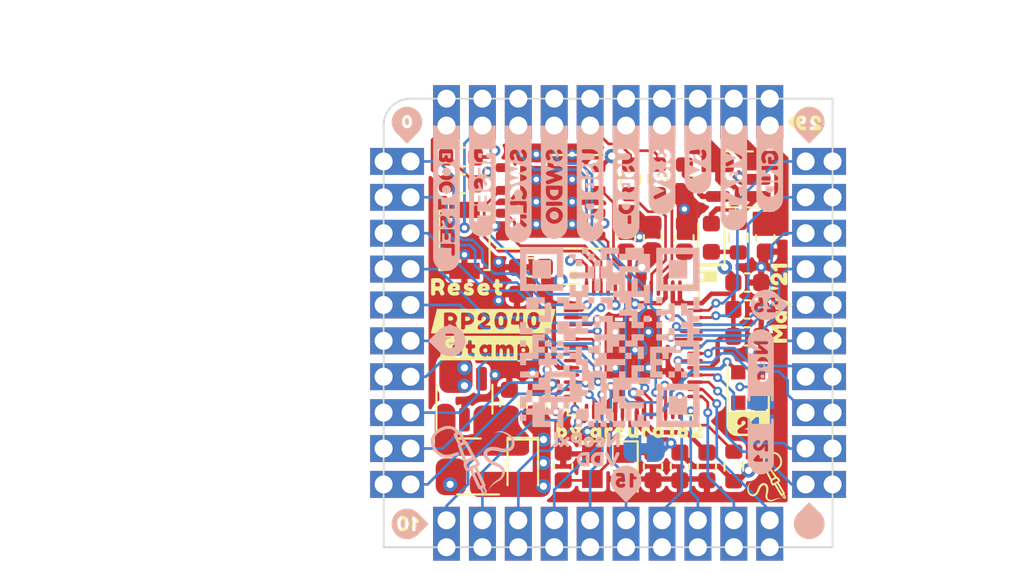
<source format=kicad_pcb>
(kicad_pcb (version 20211014) (generator pcbnew)
  (layers (0 "F.Cu" signal) (1 "In1.Cu" power "GND.Cu") (2 "In2.Cu" signal "PWR.Cu") (31 "B.Cu" signal) (34 "B.Paste" user) (35 "F.Paste" user) (36 "B.SilkS" user "B.Silkscreen") (37 "F.SilkS" user "F.Silkscreen") (38 "B.Mask" user) (39 "F.Mask" user) (44 "Edge.Cuts" user))
  (net 0 "")
  (net 1 "GND")
  (net 2 "+3V3")
  (net 3 "+5V")
  (net 4 "Net-(C11-Pad1)")
  (net 5 "Net-(C14-Pad1)")
  (net 6 "Net-(C15-Pad1)")
  (net 7 "/~{QSPI_CS}")
  (net 8 "/USBBOOT")
  (net 9 "/~{RESET}")
  (net 10 "/USB_D-")
  (net 11 "/D-")
  (net 12 "/USB_D+")
  (net 13 "/D+")
  (net 14 "/QSPI_SD1")
  (net 15 "/QSPI_SD2")
  (net 16 "/QSPI_SD0")
  (net 17 "/QSPI_SCLK")
  (net 18 "/QSPI_SD3")
  (net 19 "/GPIO29")
  (net 20 "/GPIO28")
  (net 21 "/GPIO27")
  (net 22 "/GPIO26")
  (net 23 "/GPIO25")
  (net 24 "/GPIO24")
  (net 25 "/GPIO23")
  (net 26 "/GPIO22")
  (net 27 "/GPIO21")
  (net 28 "/GPIO20")
  (net 29 "/GPIO19")
  (net 30 "/GPIO18")
  (net 31 "/GPIO17")
  (net 32 "/GPIO16")
  (net 33 "/SWDIO")
  (net 34 "/SWCLK")
  (net 35 "/GPIO15")
  (net 36 "/GPIO14")
  (net 37 "/GPIO13")
  (net 38 "/GPIO12")
  (net 39 "/GPIO11")
  (net 40 "/GPIO10")
  (net 41 "/GPIO9")
  (net 42 "/GPIO8")
  (net 43 "/GPIO7")
  (net 44 "/GPIO6")
  (net 45 "/GPIO5")
  (net 46 "/GPIO4")
  (net 47 "/GPIO3")
  (net 48 "/GPIO2")
  (net 49 "/GPIO1")
  (net 50 "/GPIO0")
  (net 52 "VBAT")
  (net 53 "Net-(D3-Pad3)")
  (net 55 "Net-(D3-Pad4)")
  (net 56 "Net-(D2-Pad1)")
  (net 57 "Net-(R7-Pad2)")
  (net 58 "Net-(R8-Pad2)")
  (net 59 "/VIN")
  (footprint "RP2040_stamp:Castellated_1x10_P2.00mm_Vertical" (layer "F.Cu") (at 142.5 94.5 90)
    (fp_text reference "J2" hide)
    (fp_text value "Conn_North" hide)
  )
  (footprint "Resistor_SMD:R_0603_1608Metric" (layer "F.Cu") (at 158.5 113.5 90)
    (fp_text reference "R2" hide)
    (fp_text value "10K")
  )
  (footprint "Resistor_SMD:R_0603_1608Metric" (layer "F.Cu") (at 158.75 100.75 90)
    (fp_text reference "R8" hide)
    (fp_text value "1K")
  )
  (footprint "Package_TO_SOT_SMD:SOT-23-5" (layer "F.Cu") (at 143.5 109.75 90)
    (fp_text reference "U2" hide)
    (fp_text value "AP2112K-3.3" hide)
  )
  (footprint "Symbols_Extra:SolderParty-New-Logo_3x2.5mm_SilkScreen" (layer "F.Cu") (at 160.65 114.15 55)
    (fp_text reference "G***" hide)
    (fp_text value "LOGO" hide)
  )
  (footprint "buzzardLabel" (layer "F.Cu") (at 144.85 106.9)
    (fp_text reference "" hide)
    (fp_text value "")
  )
  (footprint "Package_DFN_QFN_Extra:QFN-56_EP_7x7_Pitch0.4mm" (layer "F.Cu") (at 152.9 107)
    (fp_text reference "U1" hide)
    (fp_text value "RP2040")
  )
  (footprint "RP2040_stamp:Castellated_1x10_P2.00mm_Vertical" (layer "F.Cu") (at 142.5 118 90)
    (fp_text reference "J1" hide)
    (fp_text value "Conn_South" hide)
  )
  (footprint "svg2mod" (layer "F.Cu") (at 161.15 104.4 90)
    (fp_text reference "svg2mod" hide)
    (fp_text value "G***" hide)
  )
  (footprint "buzzardLabel" (layer "F.Cu") (at 143.7 103.5)
    (fp_text reference "")
    (fp_text value "")
  )
  (footprint "svg2mod" (layer "F.Cu") (at 159.3 111.2)
    (fp_text reference "svg2mod" hide)
    (fp_text value "G***" hide)
  )
  (footprint "buzzardLabel" (layer "F.Cu") (at 140.3 116.7)
    (fp_text reference "")
    (fp_text value "")
  )
  (footprint "buzzardLabel" (layer "F.Cu") (at 152.75 111.5)
    (fp_text reference "")
    (fp_text value "")
  )
  (footprint "LED_SMD_Extra:WS2812B-2020" (layer "F.Cu") (at 159.3 109.1 90)
    (fp_text reference "D3" hide)
    (fp_text value "WS2812B-2020" hide)
  )
  (footprint "Capacitor_SMD:C_0603_1608Metric" (layer "F.Cu") (at 154 113.5 -90)
    (fp_text reference "C15" hide)
    (fp_text value "12pF")
  )
  (footprint "RP2040_stamp:Castellated_1x10_P2.00mm_Vertical" (layer "F.Cu") (at 139 96.5)
    (fp_text reference "J4" hide)
    (fp_text value "Conn_West" hide)
  )
  (footprint "Package_TO_SOT_SMD:SOT-23-5" (layer "F.Cu") (at 158.75 97.5 180)
    (fp_text reference "U4" hide)
    (fp_text value "MCP73831" hide)
  )
  (footprint "buzzardLabel" (layer "F.Cu") (at 140.35 94.3)
    (fp_text reference "")
    (fp_text value "")
  )
  (footprint "Resistor_SMD:R_0603_1608Metric" (layer "F.Cu") (at 143.3 97.75)
    (fp_text reference "R1" hide)
    (fp_text value "1K")
  )
  (footprint "Capacitor_SMD:C_0603_1608Metric" (layer "F.Cu") (at 147.2 103.9)
    (fp_text reference "C7" hide)
    (fp_text value "10uF")
  )
  (footprint "Capacitor_SMD:C_0603_1608Metric" (layer "F.Cu") (at 155.75 100.75 90)
    (fp_text reference "C13" hide)
    (fp_text value "1uF")
  )
  (footprint "Capacitor_SMD:C_0603_1608Metric" (layer "F.Cu") (at 152.5 100.75 90)
    (fp_text reference "C12" hide)
    (fp_text value "0.1uF")
  )
  (footprint "Capacitor_SMD:C_0603_1608Metric" (layer "F.Cu") (at 159.25 104.75)
    (fp_text reference "C5" hide)
    (fp_text value "0.1uF")
  )
  (footprint "LED_SMD:LED_0603_1608Metric" (layer "F.Cu") (at 157.25 100.75 90)
    (fp_text reference "D2" hide)
    (fp_text value "LED_CHR" hide)
  )
  (footprint "Resistor_SMD:R_0603_1608Metric" (layer "F.Cu") (at 155.75 97.5 90)
    (fp_text reference "R7" hide)
    (fp_text value "2K")
  )
  (footprint "Capacitor_SMD:C_0603_1608Metric" (layer "F.Cu") (at 157 113.5 -90)
    (fp_text reference "C11" hide)
    (fp_text value "0.1uF")
  )
  (footprint "Package_SON:WSON-8-1EP_6x5mm_P1.27mm_EP3.4x4mm" (layer "F.Cu") (at 148.3 98.75)
    (fp_text reference "U3" hide)
    (fp_text value "W25Q64JV" hide)
  )
  (footprint "Capacitor_SMD:C_0603_1608Metric" (layer "F.Cu") (at 159.25 106.25)
    (fp_text reference "C4" hide)
    (fp_text value "0.1uF")
  )
  (footprint "Resistor_SMD:R_0603_1608Metric" (layer "F.Cu") (at 147.5 110 -90)
    (fp_text reference "R6" hide)
    (fp_text value "100K")
  )
  (footprint "Button_Switch_SMD:SW_SPST_B3U-1000P" (layer "F.Cu") (at 143.5 100.9 90)
    (fp_text reference "SW1" hide)
    (fp_text value "SW_RESET" hide)
  )
  (footprint "Capacitor_SMD:C_0603_1608Metric" (layer "F.Cu") (at 146 110 90)
    (fp_text reference "C6" hide)
    (fp_text value "10uF")
  )
  (footprint "Capacitor_SMD:C_0603_1608Metric" (layer "F.Cu") (at 159.25 103.25)
    (fp_text reference "C10" hide)
    (fp_text value "1uF")
  )
  (footprint "Capacitor_SMD:C_0603_1608Metric" (layer "F.Cu") (at 160.25 100.75 90)
    (fp_text reference "C16" hide)
    (fp_text value "10uF")
  )
  (footprint "Resistor_SMD:R_0603_1608Metric" (layer "F.Cu") (at 154.25 97.5 90)
    (fp_text reference "R3" hide)
    (fp_text value "27R")
  )
  (footprint "Capacitor_SMD:C_0603_1608Metric" (layer "F.Cu") (at 149 113.5 90)
    (fp_text reference "C14" hide)
    (fp_text value "12pF")
  )
  (footprint "RP2040_stamp:Castellated_1x10_P2.00mm_Vertical" (layer "F.Cu") (at 162.5 96.5)
    (fp_text reference "J3" hide)
    (fp_text value "Conn_East" hide)
  )
  (footprint "Resistor_SMD:R_0603_1608Metric" (layer "F.Cu") (at 152.75 97.5 90)
    (fp_text reference "R4" hide)
    (fp_text value "27R")
  )
  (footprint "Capacitor_SMD:C_0603_1608Metric" (layer "F.Cu") (at 154 100.75 90)
    (fp_text reference "C8" hide)
    (fp_text value "0.1uF")
  )
  (footprint "buzzardLabel" (layer "F.Cu") (at 162.7 94.3)
    (fp_text reference "")
    (fp_text value "")
  )
  (footprint "Package_TO_SOT_SMD:SOT-23" (layer "F.Cu") (at 143.75 113.5 180)
    (fp_text reference "Q1" hide)
    (fp_text value "BSS84")
  )
  (footprint "Diode_SMD:D_SOD-323" (layer "F.Cu") (at 146.75 113.5 -90)
    (fp_text reference "D1" hide)
    (fp_text value "D_Schottky_Small" hide)
  )
  (footprint "Resistor_SMD:R_0603_1608Metric" (layer "F.Cu") (at 143.3 96.25)
    (fp_text reference "R5" hide)
    (fp_text value "10K")
  )
  (footprint "Capacitor_SMD:C_0603_1608Metric" (layer "F.Cu") (at 147.2 102.4 180)
    (fp_text reference "C1" hide)
    (fp_text value "0.1uF")
  )
  (footprint "Crystal:Crystal_SMD_2520-4Pin_2.5x2.0mm" (layer "F.Cu") (at 151.5 113.5 180)
    (fp_text reference "Y1" hide)
    (fp_text value "XYDBPCNANF-12MHZ" hide)
  )
  (footprint "Capacitor_SMD:C_0603_1608Metric" (layer "F.Cu") (at 155.5 113.5 -90)
    (fp_text reference "C3" hide)
    (fp_text value "0.1uF")
  )
  (footprint "buzzardLabel" (layer "F.Cu") (at 162.8 116.7)
    (fp_text reference "")
    (fp_text value "")
  )
  (footprint "buzzardLabel" (layer "F.Cu") (at 145.1 105.4)
    (fp_text reference "" hide)
    (fp_text value "")
  )
  (footprint "svg2mod" (layer "B.Cu") (at 159.9 104.5 180)
    (fp_text reference "svg2mod" hide)
    (fp_text value "G***" hide)
  )
  (footprint "svg2mod" (layer "B.Cu") (at 152.9 114.275 180)
    (fp_text reference "svg2mod" hide)
    (fp_text value "G***" hide)
  )
  (footprint "svg2mod" (layer "B.Cu") (at 150.5 97.729055 -90)
    (fp_text reference "svg2mod" hide)
    (fp_text value "G***" hide)
  )
  (footprint "svg2mod" (layer "B.Cu") (at 158.5 97.42235 -90)
    (fp_text reference "svg2mod" hide)
    (fp_text value "G***" hide)
  )
  (footprint "svg2mod" (layer "B.Cu") (at 163.05 94.35 180)
    (fp_text reference "svg2mod" hide)
    (fp_text value "G***" hide)
  )
  (footprint "buzzardLabel" (layer "B.Cu") (at 160 112.7 -90)
    (fp_text reference "")
    (fp_text value "")
  )
  (footprint "buzzardLabel" (layer "B.Cu") (at 162.6 116.695 180)
    (fp_text reference "")
    (fp_text value "")
  )
  (footprint "svg2mod" (layer "B.Cu") (at 150.276026 112 180)
    (fp_text reference "svg2mod" hide)
    (fp_text value "G***" hide)
  )
  (footprint "svg2mod" (layer "B.Cu") (at 148.5 97.661745 -90)
    (fp_text reference "svg2mod" hide)
    (fp_text value "G***" hide)
  )
  (footprint "svg2mod" (layer "B.Cu") (at 152.5 97.669365 -90)
    (fp_text reference "svg2mod" hide)
    (fp_text value "G***" hide)
  )
  (footprint "svg2mod" (layer "B.Cu") (at 160.5 96.912128 -90)
    (fp_text reference "svg2mod" hide)
    (fp_text value "G***" hide)
  )
  (footprint "LOGO" (layer "B.Cu") (at 151.6 106.3 180)
    (fp_text reference "G***" hide)
    (fp_text value "LOGO" hide)
  )
  (footprint "Jumper:SolderJumper-2_P1.3mm_Bridged_RoundedPad1.0x1.5mm" (layer "B.Cu") (at 153.5 112.5)
    (fp_text reference "JP1" hide)
    (fp_text value "Jumper_Neopixel_VDD")
  )
  (footprint "svg2mod" (layer "B.Cu") (at 156.5 96.4 -90)
    (fp_text reference "svg2mod" hide)
    (fp_text value "G***" hide)
  )
  (footprint "svg2mod" (layer "B.Cu") (at 142.5 98.552015 -90)
    (fp_text reference "svg2mod" hide)
    (fp_text value "G***" hide)
  )
  (footprint "buzzardLabel" (layer "B.Cu") (at 140.250001 94.3 180)
    (fp_text reference "")
    (fp_text value "")
  )
  (footprint "svg2mod" (layer "B.Cu") (at 142.7 106.5 180)
    (fp_text reference "svg2mod" hide)
    (fp_text value "G***" hide)
  )
  (footprint "svg2mod" (layer "B.Cu") (at 152.2 114.275 180)
    (fp_text reference "svg2mod" hide)
    (fp_text value "G***" hide)
  )
  (footprint "Jumper:SolderJumper-2_P1.3mm_Bridged_RoundedPad1.0x1.5mm" (layer "B.Cu") (at 160 110.449999 90)
    (fp_text reference "JP2" hide)
    (fp_text value "Jumper_Neopixel")
  )
  (footprint "svg2mod" (layer "B.Cu") (at 162.25 94.35 180)
    (fp_text reference "svg2mod" hide)
    (fp_text value "G***" hide)
  )
  (footprint "svg2mod" (layer "B.Cu") (at 154.5 96.981025 -90)
    (fp_text reference "svg2mod" hide)
    (fp_text value "G***" hide)
  )
  (footprint "svg2mod" (layer "B.Cu") (at 146.5 97.762075 -90)
    (fp_text reference "svg2mod" hide)
    (fp_text value "G***" hide)
  )
  (footprint "buzzardLabel" (layer "B.Cu") (at 160 107.7 -90)
    (fp_text reference "")
    (fp_text value "")
  )
  (footprint "Symbols_Extra:SolderParty-New-Logo_5x4.2mm_SilkScreen" (layer "B.Cu") (at 143.8 113 180)
    (fp_text reference "G***" hide)
    (fp_text value "LOGO" hide)
  )
  (footprint "svg2mod" (layer "B.Cu") (at 150.95 113.1 180)
    (fp_text reference "svg2mod" hide)
    (fp_text value "G***" hide)
  )
  (footprint "buzzardLabel" (layer "B.Cu") (at 140.3 116.7 180)
    (fp_text reference "")
    (fp_text value "")
  )
  (footprint "svg2mod" (layer "B.Cu") (at 160.65 104.5 180)
    (fp_text reference "svg2mod" hide)
    (fp_text value "G***" hide)
  )
  (footprint "svg2mod" (layer "B.Cu") (at 144.5 97.59634 -90)
    (fp_text reference "svg2mod" hide)
    (fp_text value "G***" hide)
  )
  (gr_poly (pts (xy 159.350001 109.5) (xy 160.649999 109.5) (xy 160.65 108.95) (xy 159.35 108.95)) (layer "B.SilkS") (width 0.15) (fill solid))
  (gr_line (start 153.1 114.8) (end 152.5 115.4) (layer "B.SilkS") (width 0.15))
  (gr_circle (center 140.300001 94.3) (end 139.650001 94.300001) (layer "B.SilkS") (width 0.4) (fill none))
  (gr_poly (pts (xy 152.85 113.600001) (xy 152.4 113.550001) (xy 151.914045 113.752529) (xy 151.789044 113.952529) (xy 151.75 114.225001) (xy 151.850001 114.675001) (xy 152.025 114.875001) (xy 151.85 114.55) (xy 151.85 113.85) (xy 152.2 113.75) (xy 152.7 113.75) (xy 153.05 113.8)) (layer "B.SilkS") (width 0.1) (fill solid))
  (gr_poly (pts (xy 160.649999 103.85) (xy 160.3 103.75) (xy 159.950001 103.85) (xy 159.75 104) (xy 160.85 104)) (layer "B.SilkS") (width 0.15) (fill solid))
  (gr_line (start 162.7 95.404999) (end 162.1 94.804999) (layer "B.SilkS") (width 0.15))
  (gr_circle (center 162.7 116.695) (end 161.900001 116.695) (layer "B.SilkS") (width 0.11) (fill none))
  (gr_poly (pts (xy 160.3 113.7) (xy 160 113.8) (xy 159.6 113.65) (xy 159.4 113.4) (xy 160.55 113.4)) (layer "B.SilkS") (width 0.15) (fill solid))
  (gr_line (start 159.350001 109.8) (end 159.35 106.446826) (layer "B.SilkS") (width 0.15))
  (gr_line (start 142.200001 107.1) (end 141.600001 106.5) (layer "B.SilkS") (width 0.15))
  (gr_line (start 140.300001 95.400001) (end 139.7 94.8) (layer "B.SilkS") (width 0.15))
  (gr_line (start 141.399999 116.7) (end 140.799999 117.3) (layer "B.SilkS") (width 0.15))
  (gr_line (start 160.649999 109.8) (end 160.65 106.446826) (layer "B.SilkS") (width 0.15))
  (gr_line (start 162.7 115.595001) (end 163.3 116.195001) (layer "B.SilkS") (width 0.15))
  (gr_circle (center 162.7 94.305) (end 163.499999 94.305) (layer "B.SilkS") (width 0.11) (fill none))
  (gr_arc (start 160.65 113.35) (mid 160 113.86463) (end 159.35 113.35) (layer "B.SilkS") (width 0.15))
  (gr_poly (pts (xy 141.025 116.95) (xy 141.075 116.7) (xy 141.024999 116.4)) (layer "B.SilkS") (width 0.1) (fill solid))
  (gr_poly (pts (xy 163.1 94.905) (xy 162.3 94.905) (xy 162.4 95.104999) (xy 163 95.104999)) (layer "B.SilkS") (width 0.15) (fill solid))
  (gr_line (start 160.65 110.9) (end 160.65 113.35) (layer "B.SilkS") (width 0.15))
  (gr_rect (start 160.65 111.2) (end 159.35 111.75) (layer "B.SilkS") (width 0.15) (fill solid))
  (gr_circle (center 152.5 114.300001) (end 152.5 115.1) (layer "B.SilkS") (width 0.11) (fill none))
  (gr_poly (pts (xy 162.35 117.345) (xy 162.7 117.445) (xy 163.05 117.345) (xy 163.25 117.195) (xy 162.15 117.195)) (layer "B.SilkS") (width 0.15) (fill solid))
  (gr_poly (pts (xy 163.05 93.655) (xy 162.7 93.555) (xy 162.35 93.655) (xy 162.15 93.805) (xy 163.25 93.805)) (layer "B.SilkS") (width 0.15) (fill solid))
  (gr_poly (pts (xy 159.7 106.096826) (xy 160 105.996825) (xy 160.4 106.146826) (xy 160.6 106.396826) (xy 159.45 106.396826)) (layer "B.SilkS") (width 0.15) (fill solid))
  (gr_line (start 162.1 116.195001) (end 162.7 115.595001) (layer "B.SilkS") (width 0.15))
  (gr_poly (pts (xy 139.6 116.35) (xy 139.55 116.8) (xy 139.775 117.25) (xy 139.975 117.375) (xy 140.225 117.45) (xy 140.675 117.349999) (xy 140.875 117.175) (xy 139.9 117.275) (xy 139.7 117) (xy 139.650001 116.55) (xy 139.775 116.225)) (layer "B.SilkS") (width 0.15) (fill solid))
  (gr_poly (pts (xy 141.600001 106.5) (xy 141.900001 106.8) (xy 141.900001 106.2)) (layer "B.SilkS") (width 0.15) (fill solid))
  (gr_poly (pts (xy 152.5 115.4) (xy 152.8 115.1) (xy 152.2 115.1)) (layer "B.SilkS") (width 0.15) (fill solid))
  (gr_line (start 140.799999 116.1) (end 141.399999 116.7) (layer "B.SilkS") (width 0.15))
  (gr_line (start 163.25 94.85) (end 162.7 95.404999) (layer "B.SilkS") (width 0.15))
  (gr_poly (pts (xy 162.7 95.404999) (xy 163 95.104999) (xy 162.4 95.104999)) (layer "B.SilkS") (width 0.15) (fill solid))
  (gr_line (start 152.5 115.4) (end 151.9 114.8) (layer "B.SilkS") (width 0.15))
  (gr_poly (pts (xy 162.3 116.095) (xy 163.1 116.095) (xy 163 115.895001) (xy 162.4 115.895001)) (layer "B.SilkS") (width 0.15) (fill solid))
  (gr_circle (center 142.7 106.5) (end 141.900001 106.5) (layer "B.SilkS") (width 0.11) (fill none))
  (gr_poly (pts (xy 159.950002 105.15) (xy 160.300001 105.25) (xy 160.65 105.15) (xy 160.850001 105) (xy 159.750001 105)) (layer "B.SilkS") (width 0.15) (fill solid))
  (gr_poly (pts (xy 143.15 107.1) (xy 142.25 107.1) (xy 142.7 107.25)) (layer "B.SilkS") (width 0.15) (fill solid))
  (gr_line (start 160.845001 103.95) (end 161.4 104.5) (layer "B.SilkS") (width 0.15))
  (gr_poly (pts (xy 162.7 115.595001) (xy 162.4 115.895001) (xy 163 115.895001)) (layer "B.SilkS") (width 0.15) (fill solid))
  (gr_circle (center 160.300001 104.5) (end 160.300001 103.700001) (layer "B.SilkS") (width 0.11) (fill none))
  (gr_line (start 161.4 104.5) (end 160.8 105.1) (layer "B.SilkS") (width 0.15))
  (gr_poly (pts (xy 153.15 113.850001) (xy 153.15 114.750001) (xy 153.25 114.300001)) (layer "B.SilkS") (width 0.1) (fill solid))
  (gr_poly (pts (xy 140.300001 95.400001) (xy 140.600002 95.1) (xy 140 95.1)) (layer "B.SilkS") (width 0.15) (fill solid))
  (gr_arc (start 159.35 106.446826) (mid 160 105.932196) (end 160.65 106.446826) (layer "B.SilkS") (width 0.15))
  (gr_poly (pts (xy 141.399999 116.7) (xy 141.099999 116.4) (xy 141.099999 117)) (layer "B.SilkS") (width 0.15) (fill solid))
  (gr_line (start 152.55 113.725) (end 152.55 114.775) (layer "B.SilkS") (width 0.15))
  (gr_poly (pts (xy 139.85 116.1) (xy 140.75 116.1) (xy 140.3 115.95)) (layer "B.SilkS") (width 0.15) (fill solid))
  (gr_poly (pts (xy 141.975001 106.25) (xy 141.925 106.5) (xy 141.975001 106.8)) (layer "B.SilkS") (width 0.1) (fill solid))
  (gr_line (start 140.900002 94.8) (end 140.300001 95.400001) (layer "B.SilkS") (width 0.15))
  (gr_line (start 141.600001 106.5) (end 142.200001 105.9) (layer "B.SilkS") (width 0.15))
  (gr_poly (pts (xy 152.025 114.8) (xy 152.5 115.2) (xy 153 114.8)) (layer "B.SilkS") (width 0.1) (fill solid))
  (gr_circle (center 140.3 116.7) (end 141.099999 116.7) (layer "B.SilkS") (width 0.11) (fill none))
  (gr_line (start 159.35 110.9) (end 159.35 113.35) (layer "B.SilkS") (width 0.15))
  (gr_poly (pts (xy 161.4 104.5) (xy 161.05 104.2) (xy 161.05 104.8)) (layer "B.SilkS") (width 0.15) (fill solid))
  (gr_poly (pts (xy 143.35 106.85) (xy 143.45 106.4) (xy 143.225 105.95) (xy 143.025 105.825) (xy 142.775 105.750001) (xy 142.325 105.850001) (xy 142.15 106) (xy 143.05 106) (xy 143.05 106.25) (xy 143.050961 106.999982) (xy 142.400961 107.012481) (xy 142.3 106.85) (xy 142.35 106.05) (xy 142.05 106.15) (xy 141.975001 106.8) (xy 142.3 107.1) (xy 143.05 107.1)) (layer "B.SilkS") (width 0.15) (fill solid))
  (gr_line (start 140.799999 117.3) (end 141.399999 116.7) (layer "F.SilkS") (width 0.15))
  (gr_circle (center 140.3 94.3) (end 140.95 94.3) (layer "F.SilkS") (width 0.4) (fill none))
  (gr_circle (center 162.7 116.7) (end 163.5 116.7) (layer "F.SilkS") (width 0.11) (fill none))
  (gr_line (start 156.515 102.3) (end 156.515 100.83) (layer "F.SilkS") (width 0.12))
  (gr_line (start 156.515 102.3) (end 157.985 102.3) (layer "F.SilkS") (width 0.12))
  (gr_poly (pts (xy 141 116.35) (xy 141.1 116.8) (xy 140.825 117.25) (xy 140.625 117.375) (xy 140.375 117.45) (xy 139.925 117.35) (xy 139.725 117.175) (xy 140.7 117.275) (xy 140.9 117) (xy 140.95 116.55) (xy 140.825 116.225)) (layer "F.SilkS") (width 0.15) (fill solid))
  (gr_line (start 147.6 111.9) (end 147.6 112.1) (layer "F.SilkS") (width 0.12))
  (gr_line (start 163.3 116.200001) (end 162.7 115.600001) (layer "F.SilkS") (width 0.15))
  (gr_line (start 140.3 95.4) (end 140.9 94.8) (layer "F.SilkS") (width 0.15))
  (gr_circle (center 162.7 94.3) (end 163.35 94.3) (layer "F.SilkS") (width 0.4) (fill none))
  (gr_line (start 162.7 115.600001) (end 162.1 116.200001) (layer "F.SilkS") (width 0.15))
  (gr_circle (center 149.6 102.85) (end 149.8 102.9) (layer "F.SilkS") (width 0.15) (fill solid))
  (gr_circle (center 162.7 94.3) (end 162.7 93.500001) (layer "F.SilkS") (width 0.11) (fill none))
  (gr_poly (pts (xy 163.05 117.35) (xy 162.7 117.45) (xy 162.35 117.35) (xy 162.15 117.2) (xy 163.25 117.2)) (layer "F.SilkS") (width 0.15) (fill solid))
  (gr_poly (pts (xy 162.7 115.600001) (xy 163 115.900001) (xy 162.4 115.900001)) (layer "F.SilkS") (width 0.15) (fill solid))
  (gr_circle (center 140.3 116.7) (end 141.1 116.7) (layer "F.SilkS") (width 0.11) (fill none))
  (gr_poly (pts (xy 140.3 95.4) (xy 140 95.1) (xy 140.6 95.1)) (layer "F.SilkS") (width 0.15) (fill solid))
  (gr_poly (pts (xy 160.45 111.25) (xy 160 110.65) (xy 158.7 110.65) (xy 158.15 111.2) (xy 158.15 110.45) (xy 160.45 110.45)) (layer "F.SilkS") (width 0.12) (fill solid))
  (gr_line (start 162.200001 93.7) (end 161.600001 94.3) (layer "F.SilkS") (width 0.15))
  (gr_poly (pts (xy 140.75 116.1) (xy 139.85 116.1) (xy 140.3 115.95)) (layer "F.SilkS") (width 0.15) (fill solid))
  (gr_line (start 141.399999 116.7) (end 140.799999 116.1) (layer "F.SilkS") (width 0.15))
  (gr_poly (pts (xy 163.1 116.1) (xy 162.3 116.1) (xy 162.4 115.900001) (xy 163 115.900001)) (layer "F.SilkS") (width 0.15) (fill solid))
  (gr_line (start 139.7 94.8) (end 140.3 95.4) (layer "F.SilkS") (width 0.15))
  (gr_rect (start 156.5 102.75) (end 156.3 103.05) (layer "F.SilkS") (width 0.15) (fill none))
  (gr_line (start 157.985 102.3) (end 157.985 100.83) (layer "F.SilkS") (width 0.12))
  (gr_line (start 161.600001 94.3) (end 162.200001 94.9) (layer "F.SilkS") (width 0.15))
  (gr_poly (pts (xy 161.600001 94.3) (xy 161.900001 94) (xy 161.900001 94.6)) (layer "F.SilkS") (width 0.15) (fill solid))
  (gr_poly (pts (xy 139.575 116.95) (xy 139.525 116.7) (xy 139.575 116.4)) (layer "F.SilkS") (width 0.1) (fill solid))
  (gr_line (start 145.9 111.9) (end 145.9 112.1) (layer "F.SilkS") (width 0.12))
  (gr_rect (start 157.5 102.65) (end 156.5 103.15) (layer "F.SilkS") (width 0.15) (fill none))
  (gr_line (start 145.9 111.9) (end 147.6 111.9) (layer "F.SilkS") (width 0.12))
  (gr_poly (pts (xy 141.399999 116.7) (xy 141.099999 117) (xy 141.099999 116.4)) (layer "F.SilkS") (width 0.15) (fill solid))
  (gr_rect (start 157.5 102.65) (end 156.9 103.15) (layer "F.SilkS") (width 0.15) (fill solid))
  (gr_arc (start 139 94.5) (mid 139.43934 93.43934) (end 140.5 93) (layer "Edge.Cuts") (width 0.1))
  (gr_line (start 139 118) (end 139 94.5) (layer "Edge.Cuts") (width 0.1))
  (gr_line (start 164 118) (end 139 118) (layer "Edge.Cuts") (width 0.1))
  (gr_line (start 164 93) (end 164 118) (layer "Edge.Cuts") (width 0.1))
  (gr_line (start 140.5 93) (end 164 93) (layer "Edge.Cuts") (width 0.1))
  (segment (start 160.025 103.25) (end 160.025 102.375) (width 0.3) (layer "F.Cu") (net 1))
  (segment (start 150.625 112.8) (end 149.075 112.8) (width 0.3) (layer "F.Cu") (net 1))
  (segment (start 153.275 100.7) (end 154 99.975) (width 0.25) (layer "F.Cu") (net 1))
  (segment (start 151.9 110.4375) (end 151.9 109.945004) (width 0.25) (layer "F.Cu") (net 1))
  (segment (start 155.75 98.325) (end 155.75 99.15) (width 0.3) (layer "F.Cu") (net 1))
  (segment (start 159.8875 97.5) (end 158.94853 97.5) (width 0.6) (layer "F.Cu") (net 1))
  (segment (start 160.025 102.375) (end 160.025 101.75) (width 0.3) (layer "F.Cu") (net 1))
  (segment (start 155.75 99.15) (end 155.75 99.975) (width 0.3) (layer "F.Cu") (net 1))
  (segment (start 148.3 98.75) (end 147.5 97.95) (width 0.15) (layer "F.Cu") (net 1))
  (segment (start 160.025 101.75) (end 160.25 101.525) (width 0.3) (layer "F.Cu") (net 1))
  (segment (start 154 99.975) (end 152.5 99.975) (width 0.3) (layer "F.Cu") (net 1))
  (segment (start 152.25 109.595004) (end 152.25 109.35) (width 0.25) (layer "F.Cu") (net 1))
  (segment (start 158.94853 97.5) (end 158.824265 97.375735) (width 0.6) (layer "F.Cu") (net 1))
  (segment (start 151.9 109.945004) (end 152.25 109.595004) (width 0.25) (layer "F.Cu") (net 1))
  (segment (start 160.025 106.25) (end 160.025 103.25) (width 0.3) (layer "F.Cu") (net 1))
  (segment (start 152.375 114.2) (end 156.925 114.2) (width 0.3) (layer "F.Cu") (net 1))
  (segment (start 147.5 97.95) (end 147.5 97.5) (width 0.15) (layer "F.Cu") (net 1))
  (segment (start 149.075 112.8) (end 149 112.725) (width 0.3) (layer "F.Cu") (net 1))
  (segment (start 145.6375 100.655) (end 145.6375 100.5375) (width 0.2) (layer "F.Cu") (net 1))
  (segment (start 153.25 100.7) (end 153.275 100.7) (width 0.25) (layer "F.Cu") (net 1))
  (segment (start 156.925 114.2) (end 157 114.275) (width 0.3) (layer "F.Cu") (net 1))
  (segment (start 145.6375 100.5375) (end 145.2 100.1) (width 0.2) (layer "F.Cu") (net 1))
  (via (at 155.75 99.15) (size 0.6) (drill 0.3) (layers "F.Cu" "B.Cu") (net 1))
  (via (at 148.4 108.9) (size 0.6) (drill 0.3) (layers "F.Cu" "B.Cu") (net 1))
  (via (at 147.5 96.1) (size 0.6) (drill 0.3) (layers "F.Cu" "B.Cu") (net 1))
  (via (at 153.25 100.7) (size 0.6) (drill 0.3) (layers "F.Cu" "B.Cu") (net 1))
  (via (at 153 107) (size 0.6) (drill 0.3) (layers "F.Cu" "B.Cu") (net 1))
  (via (at 159.45 107.05) (size 0.6) (drill 0.3) (layers "F.Cu" "B.Cu") (net 1))
  (via (at 145.2 100.1) (size 0.6) (drill 0.3) (layers "F.Cu" "B.Cu") (net 1))
  (via (at 149.5 96.1) (size 0.6) (drill 0.3) (layers "F.Cu" "B.Cu") (net 1))
  (via (at 147.5 97.5) (size 0.6) (drill 0.3) (layers "F.Cu" "B.Cu") (net 1))
  (via (at 149.5 98.75) (size 0.6) (drill 0.3) (layers "F.Cu" "B.Cu") (net 1))
  (via (at 147.5 100) (size 0.6) (drill 0.3) (layers "F.Cu" "B.Cu") (net 1))
  (via (at 147.5 98.75) (size 0.6) (drill 0.3) (layers "F.Cu" "B.Cu") (net 1))
  (via (at 145.2 108.4) (size 0.6) (drill 0.3) (layers "F.Cu" "B.Cu") (net 1))
  (via (at 143.5 101.7) (size 0.6) (drill 0.3) (layers "F.Cu" "B.Cu") (net 1))
  (via (at 145.4 102.1) (size 0.6) (drill 0.3) (layers "F.Cu" "B.Cu") (net 1))
  (via (at 149.5 100) (size 0.6) (drill 0.3) (layers "F.Cu" "B.Cu") (net 1))
  (via (at 150.35 111.55) (size 0.6) (drill 0.3) (layers "F.Cu" "B.Cu") (net 1))
  (via (at 158.824265 97.375735) (size 0.6) (drill 0.3) (layers "F.Cu" "B.Cu") (net 1))
  (via (at 153.75 108) (size 0.6) (drill 0.3) (layers "F.Cu" "B.Cu") (net 1))
  (via (at 151.9 108) (size 0.6) (drill 0.3) (layers "F.Cu" "B.Cu") (net 1))
  (via (at 151.9 106) (size 0.6) (drill 0.3) (layers "F.Cu" "B.Cu") (net 1))
  (via (at 145.4 104.25) (size 0.6) (drill 0.3) (layers "F.Cu" "B.Cu") (net 1))
  (via (at 149.5 97.5) (size 0.6) (drill 0.3) (layers "F.Cu" "B.Cu") (net 1))
  (via (at 160.025 102.375) (size 0.6) (drill 0.3) (layers "F.Cu" "B.Cu") (net 1))
  (via (at 147.3 108.3) (size 0.6) (drill 0.3) (layers "F.Cu" "B.Cu") (net 1))
  (via (at 153.75 106) (size 0.6) (drill 0.3) (layers "F.Cu" "B.Cu") (net 1))
  (segment (start 158.475 103.875) (end 158.475 106.25) (width 0.25) (layer "F.Cu") (net 2))
  (segment (start 157.2 108) (end 157.6 107.6) (width 0.25) (layer "F.Cu") (net 2))
  (segment (start 157.675 113.5) (end 158.5 114.325) (width 0.3) (layer "F.Cu") (net 2))
  (segment (start 158.475 103.25) (end 158.475 103.875) (width 0.25) (layer "F.Cu") (net 2))
  (segment (start 156.722983 104.4) (end 157.247994 103.874989) (width 0.25) (layer "F.Cu") (net 2))
  (segment (start 156.3375 104.4) (end 156.722983 104.4) (width 0.25) (layer "F.Cu") (net 2))
  (segment (start 158 102.392034) (end 158.475 102.867034) (width 0.25) (layer "F.Cu") (net 2))
  (segment (start 153.375 102.15) (end 153.375 102.4) (width 0.2) (layer "F.Cu") (net 2))
  (segment (start 147.975 103.15) (end 147.975 102.4) (width 0.4) (layer "F.Cu") (net 2))
  (segment (start 154.775 112) (end 155.5 112.725) (width 0.25) (layer "F.Cu") (net 2))
  (segment (start 155 112.225) (end 155.5 112.725) (width 0.25) (layer "F.Cu") (net 2))
  (segment (start 149.4625 104.4) (end 148.475 104.4) (width 0.25) (layer "F.Cu") (net 2))
  (segment (start 144.85 96.25) (end 145.2 95.9) (width 0.2) (layer "F.Cu") (net 2))
  (segment (start 158.715046 114.325) (end 158.5 114.325) (width 0.3) (layer "F.Cu") (net 2))
  (segment (start 156.3375 104.4) (end 155.7 104.4) (width 0.25) (layer "F.Cu") (net 2))
  (segment (start 148.475 107.7) (end 148.475 104.4) (width 0.25) (layer "F.Cu") (net 2))
  (segment (start 159.320023 113.720023) (end 158.715046 114.325) (width 0.3) (layer "F.Cu") (net 2))
  (segment (start 148.775 108) (end 148.475 107.7) (width 0.25) (layer "F.Cu") (net 2))
  (segment (start 155.5 112.725) (end 156.275 113.5) (width 0.3) (layer "F.Cu") (net 2))
  (segment (start 150.9625 96.845) (end 151.055 96.845) (width 0.25) (layer "F.Cu") (net 2))
  (segment (start 156.3375 108) (end 157.2 108) (width 0.25) (layer "F.Cu") (net 2))
  (segment (start 153.1 110.4375) (end 153.1 111.15) (width 0.25) (layer "F.Cu") (net 2))
  (segment (start 154 101.525) (end 153.375 102.15) (width 0.2) (layer "F.Cu") (net 2))
  (segment (start 155.5 104.2) (end 155.5 103.5625) (width 0.25) (layer "F.Cu") (net 2))
  (segment (start 156.275 113.5) (end 157.675 113.5) (width 0.3) (layer "F.Cu") (net 2))
  (segment (start 158.475 102.867034) (end 158.475 103.25) (width 0.25) (layer "F.Cu") (net 2))
  (segment (start 144.125 96.25) (end 144.85 96.25) (width 0.2) (layer "F.Cu") (net 2))
  (segment (start 153.95 112) (end 154.775 112) (width 0.25) (layer "F.Cu") (net 2))
  (segment (start 155.7 104.4) (end 155.5 104.2) (width 0.25) (layer "F.Cu") (net 2))
  (segment (start 149.4625 108) (end 148.775 108) (width 0.25) (layer "F.Cu") (net 2))
  (segment (start 157.6 107.6) (end 157.6 106.5) (width 0.25) (layer "F.Cu") (net 2))
  (segment (start 153.1 111.15) (end 153.95 112) (width 0.25) (layer "F.Cu") (net 2))
  (segment (start 158.474989 103.874989) (end 158.475 103.875) (width 0.25) (layer "F.Cu") (net 2))
  (segment (start 157.85 106.25) (end 158.475 106.25) (width 0.25) (layer "F.Cu") (net 2))
  (segment (start 155.7 104.4) (end 155.2 104.4) (width 0.25) (layer "F.Cu") (net 2))
  (segment (start 155 112.2) (end 155 112.225) (width 0.25) (layer "F.Cu") (net 2))
  (segment (start 148.85 103.15) (end 147.975 103.15) (width 0.4) (layer "F.Cu") (net 2))
  (segment (start 157.6 106.5) (end 157.85 106.25) (width 0.25) (layer "F.Cu") (net 2))
  (segment (start 151.055 96.845) (end 151.7 96.2) (width 0.25) (layer "F.Cu") (net 2))
  (segment (start 157.247994 103.874989) (end 158.474989 103.874989) (width 0.25) (layer "F.Cu") (net 2))
  (segment (start 155.2 104.4) (end 155.1 104.3) (width 0.25) (layer "F.Cu") (net 2))
  (segment (start 155.1 104.3) (end 155.1 103.5625) (width 0.25) (layer "F.Cu") (net 2))
  (segment (start 148.475 104.4) (end 147.975 103.9) (width 0.25) (layer "F.Cu") (net 2))
  (segment (start 147.975 102.4) (end 147.975 103.9) (width 0.4) (layer "F.Cu") (net 2))
  (via (at 159.320023 113.720023) (size 0.8) (drill 0.4) (layers "F.Cu" "B.Cu") (net 2))
  (via (at 145.2 95.9) (size 0.6) (drill 0.3) (layers "F.Cu" "B.Cu") (net 2))
  (via (at 148.85 103.15) (size 0.8) (drill 0.4) (layers "F.Cu" "B.Cu") (net 2))
  (via (at 151.7 96.2) (size 0.8) (drill 0.4) (layers "F.Cu" "B.Cu") (net 2))
  (via (at 143.5 108) (size 0.8) (drill 0.4) (layers "F.Cu" "B.Cu") (net 2))
  (via (at 143.5 109) (size 0.8) (drill 0.4) (layers "F.Cu" "B.Cu") (net 2))
  (via (at 158 102.392034) (size 0.8) (drill 0.4) (layers "F.Cu" "B.Cu") (net 2))
  (via (at 153.375 102.4) (size 0.8) (drill 0.4) (layers "F.Cu" "B.Cu") (net 2))
  (via (at 155 112.2) (size 0.6) (drill 0.3) (layers "F.Cu" "B.Cu") (net 2))
  (segment (start 154.5 112.7) (end 154.15 112.7) (width 0.25) (layer "B.Cu") (net 2))
  (segment (start 155 112.2) (end 154.5 112.7) (width 0.25) (layer "B.Cu") (net 2))
  (segment (start 157.9 97.8) (end 157.6125 97.5125) (width 0.3) (layer "F.Cu") (net 3))
  (segment (start 157.55 99.15) (end 158.35 99.15) (width 0.3) (layer "F.Cu") (net 3))
  (segment (start 157.6125 97.5125) (end 157.6125 96.55) (width 0.3) (layer "F.Cu") (net 3))
  (segment (start 158.7 98.8) (end 158.7 98.1) (width 0.3) (layer "F.Cu") (net 3))
  (segment (start 157.25 99.45) (end 157.55 99.15) (width 0.3) (layer "F.Cu") (net 3))
  (segment (start 157.25 99.9625) (end 157.25 99.45) (width 0.3) (layer "F.Cu") (net 3))
  (segment (start 158.4 97.8) (end 157.9 97.8) (width 0.3) (layer "F.Cu") (net 3))
  (segment (start 158.35 99.15) (end 158.7 98.8) (width 0.3) (layer "F.Cu") (net 3))
  (segment (start 158.7 98.1) (end 158.4 97.8) (width 0.3) (layer "F.Cu") (net 3))
  (via (at 147.9 113.3) (size 0.8) (drill 0.4) (layers "F.Cu" "B.Cu") (net 3))
  (via (at 147.9 114.6) (size 0.8) (drill 0.4) (layers "F.Cu" "B.Cu") (net 3))
  (via (at 147.9 112) (size 0.8) (drill 0.4) (layers "F.Cu" "B.Cu") (net 3))
  (segment (start 153.5 109.969642) (end 153.255338 109.72498) (width 0.25) (layer "F.Cu") (net 4))
  (segment (start 153.5 109.969642) (end 153.365179 109.834821) (width 0.25) (layer "F.Cu") (net 4))
  (segment (start 154.4 104.4) (end 154.7 104.1) (width 0.25) (layer "F.Cu") (net 4))
  (segment (start 153.12498 109.72498) (end 152.9 109.5) (width 0.25) (layer "F.Cu") (net 4))
  (segment (start 153.5 110.4375) (end 153.5 109.969642) (width 0.25) (layer "F.Cu") (net 4))
  (segment (start 152.7 104.1) (end 153 104.4) (width 0.25) (layer "F.Cu") (net 4))
  (segment (start 154.7 103.5625) (end 154.7 103) (width 0.25) (layer "F.Cu") (net 4))
  (segment (start 153.5 110.4375) (end 153.5 110.984286) (width 0.25) (layer "F.Cu") (net 4))
  (segment (start 153 104.4) (end 153 104.431456) (width 0.25) (layer "F.Cu") (net 4))
  (segment (start 153.255338 109.72498) (end 153.12498 109.72498) (width 0.25) (layer "F.Cu") (net 4))
  (segment (start 155.875 111.6) (end 157 112.725) (width 0.25) (layer "F.Cu") (net 4))
  (segment (start 154.7 104.1) (end 154.7 103.5625) (width 0.25) (layer "F.Cu") (net 4))
  (segment (start 153 104.431456) (end 152.992136 104.43932) (width 0.25) (layer "F.Cu") (net 4))
  (segment (start 152.9 109.5) (end 152.9 109.4) (width 0.25) (layer "F.Cu") (net 4))
  (segment (start 152.7 101.725) (end 152.5 101.525) (width 0.25) (layer "F.Cu") (net 4))
  (segment (start 152.7 103.5625) (end 152.7 101.725) (width 0.25) (layer "F.Cu") (net 4))
  (segment (start 154.115714 111.6) (end 155.875 111.6) (width 0.25) (layer "F.Cu") (net 4))
  (segment (start 152.7 103.5625) (end 152.7 104.1) (width 0.25) (layer "F.Cu") (net 4))
  (segment (start 153.5 110.984286) (end 154.115714 111.6) (width 0.25) (layer "F.Cu") (net 4))
  (segment (start 155.75 101.95) (end 155.75 101.525) (width 0.25) (layer "F.Cu") (net 4))
  (segment (start 153 104.4) (end 154.4 104.4) (width 0.25) (layer "F.Cu") (net 4))
  (segment (start 154.7 103) (end 155.75 101.95) (width 0.25) (layer "F.Cu") (net 4))
  (via (at 152.992136 104.43932) (size 0.6) (drill 0.3) (layers "F.Cu" "B.Cu") (net 4))
  (via (at 152.9 109.4) (size 0.6) (drill 0.3) (layers "F.Cu" "B.Cu") (net 4))
  (segment (start 152.3 111.4) (end 151.5 112.2) (width 0.15) (layer "F.Cu") (net 5))
  (segment (start 151.5 113.325) (end 150.625 114.2) (width 0.15) (layer "F.Cu") (net 5))
  (segment (start 149 114.275) (end 150.55 114.275) (width 0.15) (layer "F.Cu") (net 5))
  (segment (start 152.3 110.4375) (end 152.3 111.4) (width 0.15) (layer "F.Cu") (net 5))
  (segment (start 150.55 114.275) (end 150.625 114.2) (width 0.15) (layer "F.Cu") (net 5))
  (segment (start 151.5 112.2) (end 151.5 113.325) (width 0.15) (layer "F.Cu") (net 5))
  (segment (start 152.7 112.475) (end 152.375 112.8) (width 0.15) (layer "F.Cu") (net 6))
  (segment (start 153.925 112.8) (end 154 112.725) (width 0.15) (layer "F.Cu") (net 6))
  (segment (start 152.375 112.8) (end 153.925 112.8) (width 0.15) (layer "F.Cu") (net 6))
  (segment (start 152.7 110.4375) (end 152.7 112.475) (width 0.15) (layer "F.Cu") (net 6))
  (segment (start 149.4 102.025) (end 150.025 102.025) (width 0.15) (layer "F.Cu") (net 7))
  (segment (start 150.3 102.3) (end 150.3 103.5625) (width 0.15) (layer "F.Cu") (net 7))
  (segment (start 145.03 96.845) (end 145.6375 96.845) (width 0.15) (layer "F.Cu") (net 7))
  (segment (start 144.7875 97.0875) (end 145.03 96.845) (width 0.15) (layer "F.Cu") (net 7))
  (segment (start 150.025 102.025) (end 150.3 102.3) (width 0.15) (layer "F.Cu") (net 7))
  (segment (start 142.475 96.25) (end 142.625 96.25) (width 0.15) (layer "F.Cu") (net 7))
  (segment (start 142.625 96.25) (end 144.125 97.75) (width 0.15) (layer "F.Cu") (net 7))
  (segment (start 144.125 97.75) (end 144.7875 97.0875) (width 0.15) (layer "F.Cu") (net 7))
  (via (at 144.7875 97.0875) (size 0.6) (drill 0.3) (layers "F.Cu" "B.Cu") (net 7))
  (via (at 149.4 102.025) (size 0.6) (drill 0.3) (layers "F.Cu" "B.Cu") (net 7))
  (segment (start 141.7 95.3) (end 142.5 94.5) (width 0.15) (layer "F.Cu") (net 8))
  (segment (start 141.7 96.975) (end 141.7 95.3) (width 0.15) (layer "F.Cu") (net 8))
  (segment (start 142.475 97.75) (end 141.7 96.975) (width 0.15) (layer "F.Cu") (net 8))
  (segment (start 154.7 111) (end 154.9 111.2) (width 0.15) (layer "F.Cu") (net 9))
  (segment (start 143.5 100.2) (end 143.5 99.2) (width 0.15) (layer "F.Cu") (net 9))
  (segment (start 154.7 110.4375) (end 154.7 111) (width 0.15) (layer "F.Cu") (net 9))
  (segment (start 154.7 109.013577) (end 154.655121 108.968698) (width 0.15) (layer "F.Cu") (net 9))
  (segment (start 154.7 110.4375) (end 154.7 109.013577) (width 0.15) (layer "F.Cu") (net 9))
  (segment (start 154.9 111.2) (end 157.025 111.2) (width 0.15) (layer "F.Cu") (net 9))
  (segment (start 157.025 111.2) (end 158.5 112.675) (width 0.15) (layer "F.Cu") (net 9))
  (via (at 154.655121 108.968698) (size 0.5) (drill 0.25) (layers "F.Cu" "B.Cu") (net 9))
  (via (at 143.5 100.2) (size 0.6) (drill 0.3) (layers "F.Cu" "B.Cu") (net 9))
  (segment (start 152.467125 104.267125) (end 152.1 103.9) (width 0.15) (layer "B.Cu") (net 9))
  (segment (start 152.374989 109.652006) (end 152.374989 109.147994) (width 0.15) (layer "B.Cu") (net 9))
  (segment (start 152.467125 109.055858) (end 152.467125 104.267125) (width 0.15) (layer "B.Cu") (net 9))
  (segment (start 143.5 95.5) (end 143.5 100.2) (width 0.15) (layer "B.Cu") (net 9))
  (segment (start 152.647994 109.925011) (end 152.374989 109.652006) (width 0.15) (layer "B.Cu") (net 9))
  (segment (start 154.655121 108.968698) (end 154.655121 109.580188) (width 0.15) (layer "B.Cu") (net 9))
  (segment (start 152.374989 109.147994) (end 152.467125 109.055858) (width 0.15) (layer "B.Cu") (net 9))
  (segment (start 154.655121 109.580188) (end 154.310298 109.925011) (width 0.15) (layer "B.Cu") (net 9))
  (segment (start 154.310298 109.925011) (end 152.647994 109.925011) (width 0.15) (layer "B.Cu") (net 9))
  (segment (start 144.5 94.5) (end 143.5 95.5) (width 0.15) (layer "B.Cu") (net 9))
  (segment (start 152.1 103.9) (end 148.222983 103.9) (width 0.15) (layer "B.Cu") (net 9))
  (segment (start 144.522983 100.2) (end 143.5 100.2) (width 0.15) (layer "B.Cu") (net 9))
  (segment (start 148.222983 103.9) (end 144.522983 100.2) (width 0.15) (layer "B.Cu") (net 9))
  (segment (start 154.25 96.15) (end 154 95.9) (width 0.15) (layer "F.Cu") (net 10))
  (segment (start 154 95.9) (end 153 95.9) (width 0.15) (layer "F.Cu") (net 10))
  (segment (start 153 95.9) (end 152.5 95.4) (width 0.15) (layer "F.Cu") (net 10))
  (segment (start 154.25 96.675) (end 154.25 96.15) (width 0.15) (layer "F.Cu") (net 10))
  (segment (start 152.5 95.4) (end 152.5 94.5) (width 0.15) (layer "F.Cu") (net 10))
  (segment (start 154.275 103.2) (end 154.3 103.225) (width 0.15) (layer "F.Cu") (net 11))
  (segment (start 155.05 99.05) (end 155.05 102.15) (width 0.15) (layer "F.Cu") (net 11))
  (segment (start 154.25 98.85) (end 154.34998 98.94998) (width 0.15) (layer "F.Cu") (net 11))
  (segment (start 154.25 98.325) (end 154.25 98.85) (width 0.15) (layer "F.Cu") (net 11))
  (segment (start 154.34998 98.94998) (end 154.94998 98.94998) (width 0.15) (layer "F.Cu") (net 11))
  (segment (start 154.3 103.225) (end 154.3 103.5625) (width 0.15) (layer "F.Cu") (net 11))
  (segment (start 154.94998 98.94998) (end 155.05 99.05) (width 0.15) (layer "F.Cu") (net 11))
  (segment (start 154.25 98.602512) (end 154.25 98.325) (width 0.15) (layer "F.Cu") (net 11))
  (segment (start 154.275 102.925) (end 154.275 103.2) (width 0.15) (layer "F.Cu") (net 11))
  (segment (start 155.05 102.15) (end 154.275 102.925) (width 0.15) (layer "F.Cu") (net 11))
  (segment (start 152.75 96.15) (end 152.75 96.675) (width 0.15) (layer "F.Cu") (net 12))
  (segment (start 151.529991 95.525011) (end 152.125011 95.525011) (width 0.15) (layer "F.Cu") (net 12))
  (segment (start 151.50498 95.5) (end 151.529991 95.525011) (width 0.15) (layer "F.Cu") (net 12))
  (segment (start 152.125011 95.525011) (end 152.75 96.15) (width 0.15) (layer "F.Cu") (net 12))
  (segment (start 150.5 94.5) (end 151.5 95.5) (width 0.15) (layer "F.Cu") (net 12))
  (segment (start 151.5 95.5) (end 151.50498 95.5) (width 0.15) (layer "F.Cu") (net 12))
  (segment (start 154.7 102) (end 154.7 99.547488) (width 0.15) (layer "F.Cu") (net 13))
  (segment (start 153.9 103.5625) (end 153.9 103.225) (width 0.15) (layer "F.Cu") (net 13))
  (segment (start 152.75 98.325) (end 152.825 98.325) (width 0.25) (layer "F.Cu") (net 13))
  (segment (start 153.725 99.3) (end 152.75 98.325) (width 0.15) (layer "F.Cu") (net 13))
  (segment (start 153.9 103.225) (end 153.925 103.2) (width 0.15) (layer "F.Cu") (net 13))
  (segment (start 154.7 99.547488) (end 154.452512 99.3) (width 0.15) (layer "F.Cu") (net 13))
  (segment (start 153.925 103.2) (end 153.925 102.775) (width 0.15) (layer "F.Cu") (net 13))
  (segment (start 154.452512 99.3) (end 153.725 99.3) (width 0.15) (layer "F.Cu") (net 13))
  (segment (start 153.925 102.775) (end 154.7 102) (width 0.15) (layer "F.Cu") (net 13))
  (segment (start 152.825 98.325) (end 152.9 98.4) (width 0.25) (layer "F.Cu") (net 13))
  (segment (start 145.6375 98.115) (end 145.485 98.115) (width 0.15) (layer "F.Cu") (net 14))
  (segment (start 144.6 99) (end 144.6 100.7) (width 0.15) (layer "F.Cu") (net 14))
  (segment (start 145.4 101.5) (end 150 101.5) (width 0.15) (layer "F.Cu") (net 14))
  (segment (start 144.6 100.7) (end 145.4 101.5) (width 0.15) (layer "F.Cu") (net 14))
  (segment (start 150 101.5) (end 150.7 102.2) (width 0.15) (layer "F.Cu") (net 14))
  (segment (start 150.7 102.2) (end 150.7 103.5625) (width 0.15) (layer "F.Cu") (net 14))
  (segment (start 145.485 98.115) (end 144.6 99) (width 0.15) (layer "F.Cu") (net 14))
  (segment (start 146.6 101.2) (end 146.3 100.9) (width 0.15) (layer "F.Cu") (net 15))
  (segment (start 151.1 102.1) (end 150.2 101.2) (width 0.15) (layer "F.Cu") (net 15))
  (segment (start 145.785 99.385) (end 145.6375 99.385) (width 0.15) (layer "F.Cu") (net 15))
  (segment (start 146.3 100.9) (end 146.3 99.9) (width 0.15) (layer "F.Cu") (net 15))
  (segment (start 150.2 101.2) (end 146.6 101.2) (width 0.15) (layer "F.Cu") (net 15))
  (segment (start 146.3 99.9) (end 145.785 99.385) (width 0.15) (layer "F.Cu") (net 15))
  (segment (start 151.1 103.5625) (end 151.1 102.1) (width 0.15) (layer "F.Cu") (net 15))
  (segment (start 151.155 100.655) (end 150.9625 100.655) (width 0.15) (layer "F.Cu") (net 16))
  (segment (start 151.5 103.5625) (end 151.5 101) (width 0.15) (layer "F.Cu") (net 16))
  (segment (start 151.5 101) (end 151.155 100.655) (width 0.15) (layer "F.Cu") (net 16))
  (segment (start 151.9 103.5625) (end 151.9 104.5) (width 0.15) (layer "F.Cu") (net 17))
  (segment (start 150.9625 99.6375) (end 150.9625 99.385) (width 0.15) (layer "F.Cu") (net 17))
  (segment (start 151.275 99.95) (end 150.9625 99.6375) (width 0.15) (layer "F.Cu") (net 17))
  (via (at 151.275 99.95) (size 0.6) (drill 0.3) (layers "F.Cu" "B.Cu") (net 17))
  (via (at 151.9 104.5) (size 0.6) (drill 0.3) (layers "F.Cu" "B.Cu") (net 17))
  (segment (start 151.8 98.8) (end 151.115 98.115) (width 0.15) (layer "F.Cu") (net 18))
  (segment (start 151.115 98.115) (end 150.9625 98.115) (width 0.15) (layer "F.Cu") (net 18))
  (segment (start 152.3 102.45) (end 151.8 101.95) (width 0.15) (layer "F.Cu") (net 18))
  (segment (start 152.3 103.5625) (end 152.3 102.45) (width 0.15) (layer "F.Cu") (net 18))
  (segment (start 151.8 101.95) (end 151.8 98.8) (width 0.15) (layer "F.Cu") (net 18))
  (segment (start 156.3375 104.8) (end 157.1 104.8) (width 0.15) (layer "F.Cu") (net 19))
  (segment (start 157.1 104.8) (end 157.5 104.4) (width 0.15) (layer "F.Cu") (net 19))
  (via (at 157.5 104.4) (size 0.5) (drill 0.25) (layers "F.Cu" "B.Cu") (net 19))
  (segment (start 157.5 104.4) (end 157.9 104.4) (width 0.15) (layer "B.Cu") (net 19))
  (segment (start 158.7 98.7) (end 160.9 96.5) (width 0.15) (layer "B.Cu") (net 19))
  (segment (start 157.9 104.4) (end 158.7 103.6) (width 0.15) (layer "B.Cu") (net 19))
  (segment (start 158.7 103.6) (end 158.7 98.7) (width 0.15) (layer "B.Cu") (net 19))
  (segment (start 160.9 96.5) (end 162.5 96.5) (width 0.15) (layer "B.Cu") (net 19))
  (segment (start 157.5 105.1) (end 157.4 105.2) (width 0.15) (layer "F.Cu") (net 20))
  (segment (start 157.4 105.2) (end 156.3375 105.2) (width 0.15) (layer "F.Cu") (net 20))
  (via (at 157.5 105.1) (size 0.5) (drill 0.25) (layers "F.Cu" "B.Cu") (net 20))
  (segment (start 158.2 105.1) (end 159.3 104) (width 0.15) (layer "B.Cu") (net 20))
  (segment (start 159.3 100) (end 160.8 98.5) (width 0.15) (layer "B.Cu") (net 20))
  (segment (start 157.5 105.1) (end 158.2 105.1) (width 0.15) (layer "B.Cu") (net 20))
  (segment (start 160.8 98.5) (end 162.5 98.5) (width 0.15) (layer "B.Cu") (net 20))
  (segment (start 159.3 104) (end 159.3 100) (width 0.15) (layer "B.Cu") (net 20))
  (segment (start 155.903017 105.6) (end 155.403017 105.1) (width 0.15) (layer "F.Cu") (net 21))
  (segment (start 155.403017 105.1) (end 154.9 105.1) (width 0.15) (layer "F.Cu") (net 21))
  (segment (start 156.3375 105.6) (end 155.903017 105.6) (width 0.15) (layer "F.Cu") (net 21))
  (via (at 154.9 105.1) (size 0.5) (drill 0.25) (layers "F.Cu" "B.Cu") (net 21))
  (segment (start 160.6 101.2) (end 161.3 100.5) (width 0.15) (layer "B.Cu") (net 21))
  (segment (start 159.00006 105.59994) (end 160.6 104) (width 0.15) (layer "B.Cu") (net 21))
  (segment (start 154.9 105.1) (end 155.40006 105.1) (width 0.15) (layer "B.Cu") (net 21))
  (segment (start 161.3 100.5) (end 162.5 100.5) (width 0.15) (layer "B.Cu") (net 21))
  (segment (start 155.40006 105.1) (end 155.9 105.59994) (width 0.15) (layer "B.Cu") (net 21))
  (segment (start 160.6 104) (end 160.6 101.2) (width 0.15) (layer "B.Cu") (net 21))
  (segment (start 155.9 105.59994) (end 159.00006 105.59994) (width 0.15) (layer "B.Cu") (net 21))
  (segment (start 155.3 105.7) (end 155.6 106) (width 0.15) (layer "F.Cu") (net 22))
  (segment (start 155.6 106) (end 156.3375 106) (width 0.15) (layer "F.Cu") (net 22))
  (via (at 155.3 105.7) (size 0.5) (drill 0.25) (layers "F.Cu" "B.Cu") (net 22))
  (segment (start 161 104.1) (end 161 103) (width 0.15) (layer "B.Cu") (net 22))
  (segment (start 155.49996 105.89996) (end 159.20004 105.89996) (width 0.15) (layer "B.Cu") (net 22))
  (segment (start 161 103) (end 161.5 102.5) (width 0.15) (layer "B.Cu") (net 22))
  (segment (start 155.3 105.7) (end 155.49996 105.89996) (width 0.15) (layer "B.Cu") (net 22))
  (segment (start 161.5 102.5) (end 162.5 102.5) (width 0.15) (layer "B.Cu") (net 22))
  (segment (start 159.20004 105.89996) (end 161 104.1) (width 0.15) (layer "B.Cu") (net 22))
  (segment (start 155.1 106.4) (end 155 106.3) (width 0.15) (layer "F.Cu") (net 23))
  (segment (start 156.3375 106.4) (end 155.1 106.4) (width 0.15) (layer "F.Cu") (net 23))
  (via (at 155 106.3) (size 0.5) (drill 0.25) (layers "F.Cu" "B.Cu") (net 23))
  (segment (start 155 106.3) (end 155.10002 106.19998) (width 0.15) (layer "B.Cu") (net 23))
  (segment (start 155.10002 106.19998) (end 159.80002 106.19998) (width 0.15) (layer "B.Cu") (net 23))
  (segment (start 161.5 104.5) (end 162.5 104.5) (width 0.15) (layer "B.Cu") (net 23))
  (segment (start 159.80002 106.19998) (end 161.5 104.5) (width 0.15) (layer "B.Cu") (net 23))
  (segment (start 155.5 106.8) (end 155.4 106.9) (width 0.15) (layer "F.Cu") (net 24))
  (segment (start 156.3375 106.8) (end 155.5 106.8) (width 0.15) (layer "F.Cu") (net 24))
  (via (at 155.4 106.9) (size 0.5) (drill 0.25) (layers "F.Cu" "B.Cu") (net 24))
  (segment (start 156.6 106.9) (end 157 106.5) (width 0.15) (layer "B.Cu") (net 24))
  (segment (start 157 106.5) (end 162.5 106.5) (width 0.15) (layer "B.Cu") (net 24))
  (segment (start 155.4 106.9) (end 156.6 106.9) (width 0.15) (layer "B.Cu") (net 24))
  (segment (start 156.3375 107.2) (end 157.075 107.2) (width 0.15) (layer "F.Cu") (net 25))
  (via (at 157.075 107.2) (size 0.5) (drill 0.25) (layers "F.Cu" "B.Cu") (net 25))
  (segment (start 161.9 107.9) (end 162.5 108.5) (width 0.15) (layer "B.Cu") (net 25))
  (segment (start 157.075 107.2) (end 157.375 106.9) (width 0.15) (layer "B.Cu") (net 25))
  (segment (start 159.486086 107.8625) (end 160.4375 107.8625) (width 0.15) (layer "B.Cu") (net 25))
  (segment (start 160.475 107.9) (end 161.9 107.9) (width 0.15) (layer "B.Cu") (net 25))
  (segment (start 158.523586 106.9) (end 159.486086 107.8625) (width 0.15) (layer "B.Cu") (net 25))
  (segment (start 157.375 106.9) (end 158.523586 106.9) (width 0.15) (layer "B.Cu") (net 25))
  (segment (start 156.3375 107.6) (end 155.4 107.6) (width 0.15) (layer "F.Cu") (net 26))
  (via (at 155.4 107.6) (size 0.5) (drill 0.25) (layers "F.Cu" "B.Cu") (net 26))
  (segment (start 161.5 108.7) (end 161.5 109.5) (width 0.15) (layer "B.Cu") (net 26))
  (segment (start 161.5 109.5) (end 162.5 110.5) (width 0.15) (layer "B.Cu") (net 26))
  (segment (start 159.4 108.2) (end 161 108.2) (width 0.15) (layer "B.Cu") (net 26))
  (segment (start 157.3 107.7) (end 157.8 107.2) (width 0.15) (layer "B.Cu") (net 26))
  (segment (start 161 108.2) (end 161.5 108.7) (width 0.15) (layer "B.Cu") (net 26))
  (segment (start 155.5 107.7) (end 157.3 107.7) (width 0.15) (layer "B.Cu") (net 26))
  (segment (start 157.8 107.2) (end 158.4 107.2) (width 0.15) (layer "B.Cu") (net 26))
  (segment (start 155.4 107.6) (end 155.5 107.7) (width 0.15) (layer "B.Cu") (net 26))
  (segment (start 158.4 107.2) (end 159.4 108.2) (width 0.15) (layer "B.Cu") (net 26))
  (segment (start 157.45 108.4) (end 157.6 108.55) (width 0.15) (layer "F.Cu") (net 27))
  (segment (start 156.3375 108.4) (end 157.45 108.4) (width 0.15) (layer "F.Cu") (net 27))
  (via (at 157.6 108.55) (size 0.5) (drill 0.25) (layers "F.Cu" "B.Cu") (net 27))
  (segment (start 158.5 111.5) (end 159.2 112.2) (width 0.15) (layer "B.Cu") (net 27))
  (segment (start 160 111.099999) (end 160 112) (width 0.15) (layer "B.Cu") (net 27))
  (segment (start 160 112) (end 159.8 112.2) (width 0.15) (layer "B.Cu") (net 27))
  (segment (start 161.3 112.2) (end 161.6 112.5) (width 0.15) (layer "B.Cu") (net 27))
  (segment (start 158.5 109.4) (end 158.5 111.5) (width 0.15) (layer "B.Cu") (net 27))
  (segment (start 159.2 112.2) (end 159.8 112.2) (width 0.15) (layer "B.Cu") (net 27))
  (segment (start 159.8 112.2) (end 161.3 112.2) (width 0.15) (layer "B.Cu") (net 27))
  (segment (start 157.65 108.55) (end 158.5 109.4) (width 0.15) (layer "B.Cu") (net 27))
  (segment (start 157.6 108.55) (end 157.65 108.55) (width 0.15) (layer "B.Cu") (net 27))
  (segment (start 161.6 112.5) (end 162.5 112.5) (width 0.15) (layer "B.Cu") (net 27))
  (segment (start 156.3375 108.8) (end 157.1 108.8) (width 0.15) (layer "F.Cu") (net 28))
  (segment (start 157.1 108.8) (end 157.6 109.3) (width 0.15) (layer "F.Cu") (net 28))
  (via (at 157.6 109.3) (size 0.5) (drill 0.25) (layers "F.Cu" "B.Cu") (net 28))
  (segment (start 158.1 109.8) (end 158.1 111.8) (width 0.15) (layer "B.Cu") (net 28))
  (segment (start 158.974989 112.674989) (end 159.900006 112.674989) (width 0.15) (layer "B.Cu") (net 28))
  (segment (start 161.725017 114.5) (end 162.5 114.5) (width 0.15) (layer "B.Cu") (net 28))
  (segment (start 158.1 111.8) (end 158.974989 112.674989) (width 0.15) (layer "B.Cu") (net 28))
  (segment (start 157.6 109.3) (end 158.1 109.8) (width 0.15) (layer "B.Cu") (net 28))
  (segment (start 159.900006 112.674989) (end 161.725017 114.5) (width 0.15) (layer "B.Cu") (net 28))
  (segment (start 156.75 109.2) (end 157.55 110) (width 0.15) (layer "F.Cu") (net 29))
  (segment (start 156.3375 109.2) (end 156.75 109.2) (width 0.15) (layer "F.Cu") (net 29))
  (via (at 157.55 110) (size 0.5) (drill 0.25) (layers "F.Cu" "B.Cu") (net 29))
  (segment (start 157.55 113) (end 160.5 115.95) (width 0.15) (layer "B.Cu") (net 29))
  (segment (start 157.55 110) (end 157.55 113) (width 0.15) (layer "B.Cu") (net 29))
  (segment (start 160.5 115.95) (end 160.5 116.5) (width 0.15) (layer "B.Cu") (net 29))
  (segment (start 156.725708 109.6) (end 157.05 109.924292) (width 0.15) (layer "F.Cu") (net 30))
  (segment (start 157.05 109.924292) (end 157.05 110.5) (width 0.15) (layer "F.Cu") (net 30))
  (segment (start 156.3375 109.6) (end 156.725708 109.6) (width 0.15) (layer "F.Cu") (net 30))
  (via (at 157.05 110.5) (size 0.5) (drill 0.25) (layers "F.Cu" "B.Cu") (net 30))
  (segment (start 158.5 115.5) (end 158.5 116.5) (width 0.15) (layer "B.Cu") (net 30))
  (segment (start 157.05 114.05) (end 158.5 115.5) (width 0.15) (layer "B.Cu") (net 30))
  (segment (start 157.05 110.5) (end 157.05 114.05) (width 0.15) (layer "B.Cu") (net 30))
  (segment (start 156.0625 110.4375) (end 156.1 110.4) (width 0.15) (layer "F.Cu") (net 31))
  (segment (start 155.5 110.4375) (end 156.0625 110.4375) (width 0.15) (layer "F.Cu") (net 31))
  (via (at 156.1 110.4) (size 0.5) (drill 0.25) (layers "F.Cu" "B.Cu") (net 31))
  (segment (start 156.1 114.9) (end 156.5 115.3) (width 0.15) (layer "B.Cu") (net 31))
  (segment (start 156.1 110.4) (end 156.1 114.9) (width 0.15) (layer "B.Cu") (net 31))
  (segment (start 156.5 115.3) (end 156.5 116.5) (width 0.15) (layer "B.Cu") (net 31))
  (segment (start 155.4 109.6) (end 155.1 109.9) (width 0.15) (layer "F.Cu") (net 32))
  (segment (start 155.5 109.6) (end 155.4 109.6) (width 0.15) (layer "F.Cu") (net 32))
  (segment (start 155.1 109.9) (end 155.1 110.4375) (width 0.15) (layer "F.Cu") (net 32))
  (via (at 155.5 109.6) (size 0.5) (drill 0.25) (layers "F.Cu" "B.Cu") (net 32))
  (segment (start 155.6 109.7) (end 155.5 109.6) (width 0.15) (layer "B.Cu") (net 32))
  (segment (start 154.5 116.5) (end 154.5 116) (width 0.15) (layer "B.Cu") (net 32))
  (segment (start 154.5 116) (end 155.6 114.9) (width 0.15) (layer "B.Cu") (net 32))
  (segment (start 155.6 114.9) (end 155.6 109.7) (width 0.15) (layer "B.Cu") (net 32))
  (segment (start 154.3 109.528248) (end 154.152022 109.38027) (width 0.15) (layer "F.Cu") (net 33))
  (segment (start 154.3 110.4375) (end 154.3 109.528248) (width 0.15) (layer "F.Cu") (net 33))
  (via (at 154.152022 109.38027) (size 0.5) (drill 0.25) (layers "F.Cu" "B.Cu") (net 33))
  (segment (start 154.3 105) (end 154.3 108.227017) (width 0.15) (layer "B.Cu") (net 33))
  (segment (start 154.3 108.227017) (end 154.152022 108.374995) (width 0.15) (layer "B.Cu") (net 33))
  (segment (start 150.6 97.25) (end 150.6 97.3) (width 0.15) (layer "B.Cu") (net 33))
  (segment (start 153.9 103.850017) (end 153.9 104.6) (width 0.15) (layer "B.Cu") (net 33))
  (segment (start 148.5 94.5) (end 148.5 96.2) (width 0.15) (layer "B.Cu") (net 33))
  (segment (start 154.152022 108.374995) (end 154.152022 109.38027) (width 0.15) (layer "B.Cu") (net 33))
  (segment (start 150.6 97.3) (end 150.6 100.550017) (width 0.15) (layer "B.Cu") (net 33))
  (segment (start 149.974511 96.624511) (end 150.6 97.25) (width 0.15) (layer "B.Cu") (net 33))
  (segment (start 148.924511 96.624511) (end 149.974511 96.624511) (width 0.15) (layer "B.Cu") (net 33))
  (segment (start 150.6 100.550017) (end 153.9 103.850017) (width 0.15) (layer "B.Cu") (net 33))
  (segment (start 150.6 97.3) (end 150.6 98.25) (width 0.15) (layer "B.Cu") (net 33))
  (segment (start 153.9 104.6) (end 154.3 105) (width 0.15) (layer "B.Cu") (net 33))
  (segment (start 148.5 96.2) (end 148.924511 96.624511) (width 0.15) (layer "B.Cu") (net 33))
  (segment (start 153.9 110.4375) (end 153.9 109.8) (width 0.15) (layer "F.Cu") (net 34))
  (segment (start 153.546157 109.446157) (end 153.546157 109.130768) (width 0.15) (layer "F.Cu") (net 34))
  (segment (start 153.9 109.8) (end 153.546157 109.446157) (width 0.15) (layer "F.Cu") (net 34))
  (via (at 153.546157 109.130768) (size 0.5) (drill 0.25) (layers "F.Cu" "B.Cu") (net 34))
  (segment (start 153.6 107.194254) (end 153.224989 107.569265) (width 0.15) (layer "B.Cu") (net 34))
  (segment (start 149.85 96.95) (end 150.30048 97.40048) (width 0.15) (layer "B.Cu") (net 34))
  (segment (start 146.5 93.75) (end 146.5 96.05) (width 0.15) (layer "B.Cu") (net 34))
  (segment (start 150.30048 97.40048) (end 150.30048 100.70048) (width 0.15) (layer "B.Cu") (net 34))
  (segment (start 147.4 96.95) (end 149.85 96.95) (width 0.15) (layer "B.Cu") (net 34))
  (segment (start 153.6 104) (end 153.6 104.7) (width 0.15) (layer "B.Cu") (net 34))
  (segment (start 153.224989 108.8096) (end 153.546157 109.130768) (width 0.15) (layer "B.Cu") (net 34))
  (segment (start 146.5 96.05) (end 147.4 96.95) (width 0.15) (layer "B.Cu") (net 34))
  (segment (start 153.6 106.7) (end 153.6 107.194254) (width 0.15) (layer "B.Cu") (net 34))
  (segment (start 150.30048 100.70048) (end 153.6 104) (width 0.15) (layer "B.Cu") (net 34))
  (segment (start 150.30048 97.40048) (end 150.30048 98.50048) (width 0.15) (layer "B.Cu") (net 34))
  (segment (start 153.224989 105.075011) (end 153.224989 106.324989) (width 0.15) (layer "B.Cu") (net 34))
  (segment (start 153.6 104.7) (end 153.224989 105.075011) (width 0.15) (layer "B.Cu") (net 34))
  (segment (start 146.5 95.2) (end 146.5 94.5) (width 0.15) (layer "B.Cu") (net 34))
  (segment (start 153.224989 107.569265) (end 153.224989 108.8096) (width 0.15) (layer "B.Cu") (net 34))
  (segment (start 153.224989 106.324989) (end 153.6 106.7) (width 0.15) (layer "B.Cu") (net 34))
  (segment (start 151.5 109.85) (end 151.7 109.65) (width 0.15) (layer "F.Cu") (net 35))
  (segment (start 151.5 110.4375) (end 151.5 109.85) (width 0.15) (layer "F.Cu") (net 35))
  (segment (start 151.7 109.65) (end 151.7 109.1) (width 0.15) (layer "F.Cu") (net 35))
  (segment (start 151.7 109.1) (end 151.65 109.05) (width 0.15) (layer "F.Cu") (net 35))
  (via (at 151.65 109.05) (size 0.5) (drill 0.25) (layers "F.Cu" "B.Cu") (net 35))
  (segment (start 151.65 109.05) (end 151.65 113.15) (width 0.15) (layer "B.Cu") (net 35))
  (segment (start 151.65 113.15) (end 152.5 114) (width 0.15) (layer "B.Cu") (net 35))
  (segment (start 152.5 114) (end 152.5 116.5) (width 0.15) (layer "B.Cu") (net 35))
  (segment (start 151.1 109.55) (end 151.15 109.5) (width 0.15) (layer "F.Cu") (net 36))
  (segment (start 151.1 110.4375) (end 151.1 109.55) (width 0.15) (layer "F.Cu") (net 36))
  (via (at 151.15 109.5) (size 0.5) (drill 0.25) (layers "F.Cu" "B.Cu") (net 36))
  (segment (start 151.175031 109.525031) (end 151.175031 113.124969) (width 0.15) (layer "B.Cu") (net 36))
  (segment (start 150.5 113.8) (end 150.5 116.5) (width 0.15) (layer "B.Cu") (net 36))
  (segment (start 151.175031 113.124969) (end 150.5 113.8) (width 0.15) (layer "B.Cu") (net 36))
  (segment (start 151.15 109.5) (end 151.175031 109.525031) (width 0.15) (layer "B.Cu") (net 36))
  (segment (start 150.7 110.4375) (end 150.7 109.75) (width 0.15) (layer "F.Cu") (net 37))
  (segment (start 150.7 109.75) (end 150.45 109.5) (width 0.15) (layer "F.Cu") (net 37))
  (via (at 150.45 109.5) (size 0.5) (drill 0.25) (layers "F.Cu" "B.Cu") (net 37))
  (segment (start 150.875011 112.424989) (end 148.5 114.8) (width 0.15) (layer "B.Cu") (net 37))
  (segment (start 150.45 109.5) (end 150.875011 109.925011) (width 0.15) (layer "B.Cu") (net 37))
  (segment (start 150.875011 109.925011) (end 150.875011 112.424989) (width 0.15) (layer "B.Cu") (net 37))
  (segment (start 148.5 114.8) (end 148.5 116.5) (width 0.15) (layer "B.Cu") (net 37))
  (segment (start 150.2 111) (end 149.85 111) (width 0.15) (layer "F.Cu") (net 38))
  (segment (start 150.3 110.4375) (end 150.3 110.9) (width 0.15) (layer "F.Cu") (net 38))
  (segment (start 150.3 110.9) (end 150.2 111) (width 0.15) (layer "F.Cu") (net 38))
  (via (at 149.85 111) (size 0.5) (drill 0.25) (layers "F.Cu" "B.Cu") (net 38))
  (segment (start 146.5 113.774983) (end 146.5 116.5) (width 0.15) (layer "B.Cu") (net 38))
  (segment (start 148.224989 112.625011) (end 147.649972 112.625011) (width 0.15) (layer "B.Cu") (net 38))
  (segment (start 149.85 111) (end 148.224989 112.625011) (width 0.15) (layer "B.Cu") (net 38))
  (segment (start 147.649972 112.625011) (end 146.5 113.774983) (width 0.15) (layer "B.Cu") (net 38))
  (segment (start 149.65 110.3) (end 149.65 109.7875) (width 0.15) (layer "F.Cu") (net 39))
  (segment (start 149.65 109.7875) (end 149.4625 109.6) (width 0.15) (layer "F.Cu") (net 39))
  (via (at 149.65 110.3) (size 0.5) (drill 0.25) (layers "F.Cu" "B.Cu") (net 39))
  (segment (start 149.65 110.3) (end 149.024989 110.925011) (width 0.15) (layer "B.Cu") (net 39))
  (segment (start 149.024989 110.925011) (end 147.374989 110.925011) (width 0.15) (layer "B.Cu") (net 39))
  (segment (start 147.374989 110.925011) (end 144.5 113.8) (width 0.15) (layer "B.Cu") (net 39))
  (segment (start 144.5 113.8) (end 144.5 116.5) (width 0.15) (layer "B.Cu") (net 39))
  (segment (start 148.85 109.2) (end 149.4625 109.2) (width 0.15) (layer "F.Cu") (net 40))
  (segment (start 148.6 110.45) (end 148.6 109.45) (width 0.15) (layer "F.Cu") (net 40))
  (segment (start 148.6 109.45) (end 148.85 109.2) (width 0.15) (layer "F.Cu") (net 40))
  (via (at 148.6 110.45) (size 0.5) (drill 0.25) (layers "F.Cu" "B.Cu") (net 40))
  (segment (start 146.65 110.45) (end 143.7 113.4) (width 0.15) (layer "B.Cu") (net 40))
  (segment (start 143.7 113.4) (end 143.7 114.5) (width 0.15) (layer "B.Cu") (net 40))
  (segment (start 148.6 110.45) (end 146.65 110.45) (width 0.15) (layer "B.Cu") (net 40))
  (segment (start 143.7 114.5) (end 142.5 115.7) (width 0.15) (layer "B.Cu") (net 40))
  (segment (start 142.5 115.7) (end 142.5 116.5) (width 0.15) (layer "B.Cu") (net 40))
  (segment (start 149.4625 108.8) (end 150.2 108.8) (width 0.15) (layer "F.Cu") (net 41))
  (segment (start 150.2 108.8) (end 150.25 108.85) (width 0.15) (layer "F.Cu") (net 41))
  (via (at 150.25 108.85) (size 0.5) (drill 0.25) (layers "F.Cu" "B.Cu") (net 41))
  (segment (start 146.5 109.45) (end 141.45 114.5) (width 0.15) (layer "B.Cu") (net 41))
  (segment (start 150.25 108.85) (end 149.4 108.85) (width 0.15) (layer "B.Cu") (net 41))
  (segment (start 141.45 114.5) (end 140.5 114.5) (width 0.15) (layer "B.Cu") (net 41))
  (segment (start 149.4 108.85) (end 148.8 109.45) (width 0.15) (layer "B.Cu") (net 41))
  (segment (start 148.8 109.45) (end 146.5 109.45) (width 0.15) (layer "B.Cu") (net 41))
  (segment (start 149.4625 108.4) (end 149.437489 108.374989) (width 0.15) (layer "F.Cu") (net 42))
  (segment (start 148.374989 108.374989) (end 148.1 108.1) (width 0.15) (layer "F.Cu") (net 42))
  (segment (start 149.437489 108.374989) (end 148.374989 108.374989) (width 0.15) (layer "F.Cu") (net 42))
  (via (at 148.1 108.1) (size 0.5) (drill 0.25) (layers "F.Cu" "B.Cu") (net 42))
  (segment (start 145.974989 108.825011) (end 147.552006 108.825011) (width 0.15) (layer "B.Cu") (net 42))
  (segment (start 148.1 108.277017) (end 148.1 108.1) (width 0.15) (layer "B.Cu") (net 42))
  (segment (start 142.3 112.5) (end 145.974989 108.825011) (width 0.15) (layer "B.Cu") (net 42))
  (segment (start 140.5 112.5) (end 142.3 112.5) (width 0.15) (layer "B.Cu") (net 42))
  (segment (start 147.552006 108.825011) (end 148.1 108.277017) (width 0.15) (layer "B.Cu") (net 42))
  (segment (start 150.3 108.136658) (end 150.942228 108.778886) (width 0.15) (layer "F.Cu") (net 43))
  (segment (start 150.3 107.927309) (end 150.3 108.136658) (width 0.15) (layer "F.Cu") (net 43))
  (segment (start 149.4625 107.6) (end 149.972691 107.6) (width 0.15) (layer "F.Cu") (net 43))
  (segment (start 149.972691 107.6) (end 150.3 107.927309) (width 0.15) (layer "F.Cu") (net 43))
  (via (at 150.942228 108.778886) (size 0.5) (drill 0.25) (layers "F.Cu" "B.Cu") (net 43))
  (segment (start 144.74996 107.55004) (end 144.3 108) (width 0.15) (layer "B.Cu") (net 43))
  (segment (start 144.3 108) (end 144.3 109.45) (width 0.15) (layer "B.Cu") (net 43))
  (segment (start 150.942228 108.778886) (end 150.881903 108.778886) (width 0.15) (layer "B.Cu") (net 43))
  (segment (start 149.34996 108.2) (end 148.7 107.55004) (width 0.15) (layer "B.Cu") (net 43))
  (segment (start 148.7 107.55004) (end 144.74996 107.55004) (width 0.15) (layer "B.Cu") (net 43))
  (segment (start 143.25 110.5) (end 140.5 110.5) (width 0.15) (layer "B.Cu") (net 43))
  (segment (start 150.881903 108.778886) (end 150.303017 108.2) (width 0.15) (layer "B.Cu") (net 43))
  (segment (start 144.3 109.45) (end 143.25 110.5) (width 0.15) (layer "B.Cu") (net 43))
  (segment (start 150.303017 108.2) (end 149.34996 108.2) (width 0.15) (layer "B.Cu") (net 43))
  (segment (start 150.846983 108.05) (end 150.9 108.05) (width 0.15) (layer "F.Cu") (net 44))
  (segment (start 149.996983 107.2) (end 150.846983 108.05) (width 0.15) (layer "F.Cu") (net 44))
  (segment (start 149.4625 107.2) (end 149.996983 107.2) (width 0.15) (layer "F.Cu") (net 44))
  (via (at 150.9 108.05) (size 0.5) (drill 0.25) (layers "F.Cu" "B.Cu") (net 44))
  (segment (start 150.047003 107.25002) (end 142.59998 107.25002) (width 0.15) (layer "B.Cu") (net 44))
  (segment (start 150.9 108.05) (end 150.846983 108.05) (width 0.15) (layer "B.Cu") (net 44))
  (segment (start 150.846983 108.05) (end 150.047003 107.25002) (width 0.15) (layer "B.Cu") (net 44))
  (segment (start 142.59998 107.25002) (end 141.35 108.5) (width 0.15) (layer "B.Cu") (net 44))
  (segment (start 141.35 108.5) (end 140.5 108.5) (width 0.15) (layer "B.Cu") (net 44))
  (segment (start 150.274989 106.8) (end 150.9 107.425011) (width 0.15) (layer "F.Cu") (net 45))
  (segment (start 149.4625 106.8) (end 150.274989 106.8) (width 0.15) (layer "F.Cu") (net 45))
  (via (at 150.85 107.35) (size 0.5) (drill 0.25) (layers "F.Cu" "B.Cu") (net 45))
  (segment (start 150.45 106.95) (end 148.35 106.95) (width 0.15) (layer "B.Cu") (net 45))
  (segment (start 150.85 107.35) (end 150.45 106.95) (width 0.15) (layer "B.Cu") (net 45))
  (segment (start 150.9 107.425011) (end 150.85 107.375011) (width 0.15) (layer "B.Cu") (net 45))
  (segment (start 148.35 106.95) (end 147.9 106.5) (width 0.15) (layer "B.Cu") (net 45))
  (segment (start 150.85 107.375011) (end 150.85 107.35) (width 0.15) (layer "B.Cu") (net 45))
  (segment (start 147.9 106.5) (end 140.5 106.5) (width 0.15) (layer "B.Cu") (net 45))
  (segment (start 150.6 106.4) (end 150.85 106.65) (width 0.15) (layer "F.Cu") (net 46))
  (segment (start 149.4625 106.4) (end 150.6 106.4) (width 0.15) (layer "F.Cu") (net 46))
  (via (at 150.85 106.65) (size 0.5) (drill 0.25) (layers "F.Cu" "B.Cu") (net 46))
  (segment (start 147.65 105.8) (end 144.55 105.8) (width 0.15) (layer "B.Cu") (net 46))
  (segment (start 150.85 106.65) (end 148.5 106.65) (width 0.15) (layer "B.Cu") (net 46))
  (segment (start 144.55 105.8) (end 143.25 104.5) (width 0.15) (layer "B.Cu") (net 46))
  (segment (start 148.5 106.65) (end 147.65 105.8) (width 0.15) (layer "B.Cu") (net 46))
  (segment (start 143.25 104.5) (end 140.5 104.5) (width 0.15) (layer "B.Cu") (net 46))
  (segment (start 150.85 106) (end 150.9 105.95) (width 0.15) (layer "F.Cu") (net 47))
  (segment (start 149.4625 106) (end 150.85 106) (width 0.15) (layer "F.Cu") (net 47))
  (via (at 150.9 105.95) (size 0.5) (drill 0.25) (layers "F.Cu" "B.Cu") (net 47))
  (segment (start 148.25 105.95) (end 147.5 105.2) (width 0.15) (layer "B.Cu") (net 47))
  (segment (start 150.9 105.95) (end 148.25 105.95) (width 0.15) (layer "B.Cu") (net 47))
  (segment (start 147.5 105.2) (end 144.75 105.2) (width 0.15) (layer "B.Cu") (net 47))
  (segment (start 144.75 105.2) (end 142.05 102.5) (width 0.15) (layer "B.Cu") (net 47))
  (segment (start 142.05 102.5) (end 140.5 102.5) (width 0.15) (layer "B.Cu") (net 47))
  (segment (start 150.85 105.3) (end 150.55 105.6) (width 0.15) (layer "F.Cu") (net 48))
  (segment (start 150.55 105.6) (end 149.4625 105.6) (width 0.15) (layer "F.Cu") (net 48))
  (segment (start 150.9 105.3) (end 150.85 105.3) (width 0.15) (layer "F.Cu") (net 48))
  (via (at 150.9 105.3) (size 0.5) (drill 0.25) (layers "F.Cu" "B.Cu") (net 48))
  (segment (start 144.65 103.7) (end 146.45 103.7) (width 0.15) (layer "B.Cu") (net 48))
  (segment (start 141.45 100.5) (end 144.65 103.7) (width 0.15) (layer "B.Cu") (net 48))
  (segment (start 140.5 100.5) (end 141.45 100.5) (width 0.15) (layer "B.Cu") (net 48))
  (segment (start 150.7 105.5) (end 150.9 105.3) (width 0.15) (layer "B.Cu") (net 48))
  (segment (start 146.45 103.7) (end 148.25 105.5) (width 0.15) (layer "B.Cu") (net 48))
  (segment (start 148.25 105.5) (end 150.7 105.5) (width 0.15) (layer "B.Cu") (net 48))
  (segment (start 150.3 105.2) (end 149.4625 105.2) (width 0.15) (layer "F.Cu") (net 49))
  (segment (start 150.85 104.65) (end 150.3 105.2) (width 0.15) (layer "F.Cu") (net 49))
  (segment (start 151.1 104.65) (end 150.85 104.65) (width 0.15) (layer "F.Cu") (net 49))
  (via (at 151.1 104.65) (size 0.5) (drill 0.25) (layers "F.Cu" "B.Cu") (net 49))
  (segment (start 150.474969 105.025031) (end 148.200739 105.025031) (width 0.15) (layer "B.Cu") (net 49))
  (segment (start 148.200739 105.025031) (end 146.425708 103.25) (width 0.15) (layer "B.Cu") (net 49))
  (segment (start 143.812146 101.162146) (end 143.212146 101.162146) (width 0.15) (layer "B.Cu") (net 49))
  (segment (start 144.1 102.3) (end 144.1 101.45) (width 0.15) (layer "B.Cu") (net 49))
  (segment (start 146.425708 103.25) (end 145.05 103.25) (width 0.15) (layer "B.Cu") (net 49))
  (segment (start 145.05 103.25) (end 144.1 102.3) (width 0.15) (layer "B.Cu") (net 49))
  (segment (start 142.5 98.95) (end 142.05 98.5) (width 0.15) (layer "B.Cu") (net 49))
  (segment (start 143.212146 101.162146) (end 142.5 100.45) (width 0.15) (layer "B.Cu") (net 49))
  (segment (start 151.1 104.65) (end 150.85 104.65) (width 0.15) (layer "B.Cu") (net 49))
  (segment (start 142.5 100.45) (end 142.5 98.95) (width 0.15) (layer "B.Cu") (net 49))
  (segment (start 150.85 104.65) (end 150.474969 105.025031) (width 0.15) (layer "B.Cu") (net 49))
  (segment (start 142.05 98.5) (end 140.5 98.5) (width 0.15) (layer "B.Cu") (net 49))
  (segment (start 144.1 101.45) (end 143.812146 101.162146) (width 0.15) (layer "B.Cu") (net 49))
  (segment (start 150.028248 104.8) (end 150.339124 104.489124) (width 0.15) (layer "F.Cu") (net 50))
  (segment (start 149.4625 104.8) (end 150.028248 104.8) (width 0.15) (layer "F.Cu") (net 50))
  (via (at 150.339124 104.489124) (size 0.5) (drill 0.25) (layers "F.Cu" "B.Cu") (net 50))
  (segment (start 146.35 102.75) (end 145.15 102.75) (width 0.15) (layer "B.Cu") (net 50))
  (segment (start 144.5 101.425708) (end 143.936418 100.862126) (width 0.15) (layer "B.Cu") (net 50))
  (segment (start 148.089124 104.489124) (end 146.35 102.75) (width 0.15) (layer "B.Cu") (net 50))
  (segment (start 142.05 96.5) (end 140.5 96.5) (width 0.15) (layer "B.Cu") (net 50))
  (segment (start 145.15 102.75) (end 144.5 102.1) (width 0.15) (layer "B.Cu") (net 50))
  (segment (start 142.9 100.377017) (end 142.9 97.35) (width 0.15) (layer "B.Cu") (net 50))
  (segment (start 144.5 102.1) (end 144.5 101.425708) (width 0.15) (layer "B.Cu") (net 50))
  (segment (start 150.339124 104.489124) (end 148.089124 104.489124) (width 0.15) (layer "B.Cu") (net 50))
  (segment (start 143.385109 100.862126) (end 142.9 100.377017) (width 0.15) (layer "B.Cu") (net 50))
  (segment (start 142.9 97.35) (end 142.05 96.5) (width 0.15) (layer "B.Cu") (net 50))
  (segment (start 143.936418 100.862126) (end 143.385109 100.862126) (width 0.15) (layer "B.Cu") (net 50))
  (via (at 142.7 114.5) (size 0.8) (drill 0.4) (layers "F.Cu" "B.Cu") (net 52))
  (segment (start 158.835876 109.064124) (end 159.735876 109.064124) (width 0.15) (layer "F.Cu") (net 53))
  (segment (start 159.85 108.95) (end 159.85 108.25) (width 0.15) (layer "F.Cu") (net 53))
  (segment (start 159.735876 109.064124) (end 159.85 108.95) (width 0.15) (layer "F.Cu") (net 53))
  (via (at 158.835876 109.064124) (size 0.5) (drill 0.25) (layers "F.Cu" "B.Cu") (net 53))
  (segment (start 158.835876 109.064124) (end 159.764124 109.064124) (width 0.15) (layer "B.Cu") (net 53))
  (segment (start 160 109.3) (end 160 109.799999) (width 0.15) (layer "B.Cu") (net 53))
  (segment (start 159.764124 109.064124) (end 160 109.3) (width 0.15) (layer "B.Cu") (net 53))
  (segment (start 158.175 107.675) (end 158.75 108.25) (width 0.2) (layer "F.Cu") (net 55))
  (segment (start 158.125 107.675) (end 158.175 107.675) (width 0.2) (layer "F.Cu") (net 55))
  (via (at 158.125 107.675) (size 0.5) (drill 0.25) (layers "F.Cu" "B.Cu") (net 55))
  (segment (start 153.5 110.6) (end 154.3 110.6) (width 0.2) (layer "B.Cu") (net 55))
  (segment (start 155.000489 109.899511) (end 155.000489 109.360234) (width 0.2) (layer "B.Cu") (net 55))
  (segment (start 155.000489 109.360234) (end 156.310734 108.049989) (width 0.2) (layer "B.Cu") (net 55))
  (segment (start 152.85 111.25) (end 153.5 110.6) (width 0.2) (layer "B.Cu") (net 55))
  (segment (start 156.310734 108.049989) (end 157.750011 108.049989) (width 0.2) (layer "B.Cu") (net 55))
  (segment (start 154.3 110.6) (end 155.000489 109.899511) (width 0.2) (layer "B.Cu") (net 55))
  (segment (start 157.750011 108.049989) (end 158.125 107.675) (width 0.2) (layer "B.Cu") (net 55))
  (segment (start 152.85 112) (end 152.85 111.25) (width 0.2) (layer "B.Cu") (net 55))
  (segment (start 157.25 101.5375) (end 158.7125 101.5375) (width 0.25) (layer "F.Cu") (net 56))
  (segment (start 158.7125 101.5375) (end 158.75 101.575) (width 0.25) (layer "F.Cu") (net 56))
  (segment (start 156.75 98.45) (end 156.6 98.3) (width 0.3) (layer "F.Cu") (net 57))
  (segment (start 156.6 97.8) (end 156.3 97.5) (width 0.3) (layer "F.Cu") (net 57))
  (segment (start 156.3 97.5) (end 156 97.5) (width 0.3) (layer "F.Cu") (net 57))
  (segment (start 157.6125 98.45) (end 156.75 98.45) (width 0.3) (layer "F.Cu") (net 57))
  (segment (start 155.75 97.25) (end 155.75 96.675) (width 0.3) (layer "F.Cu") (net 57))
  (segment (start 156 97.5) (end 155.75 97.25) (width 0.3) (layer "F.Cu") (net 57))
  (segment (start 156.6 98.3) (end 156.6 97.8) (width 0.3) (layer "F.Cu") (net 57))
  (segment (start 158.75 99.925) (end 158.75 99.5875) (width 0.25) (layer "F.Cu") (net 58))
  (segment (start 158.75 99.5875) (end 159.8875 98.45) (width 0.25) (layer "F.Cu") (net 58))
  (zone (net 2) (net_name "+3V3") (layer "F.Cu") (priority 2) (connect_pads yes (clearance 0.15)) (min_thickness 0.15) (fill yes (thermal_gap 0.2) (thermal_bridge_width 0.3) (smoothing fillet) (radius 0.5))
    (polygon (pts (xy 154.6 102) (xy 153.7 102.9) (xy 153.7 104) (xy 152.9 104) (xy 152.9 102.1) (xy 153.4 101.6) (xy 153.4 101) (xy 154.6 101)))
  )
  (zone (net 3) (net_name "+5V") (layer "F.Cu") (priority 2) (connect_pads yes (clearance 0.15)) (min_thickness 0.15) (fill yes (thermal_gap 0.2) (thermal_bridge_width 0.3) (smoothing fillet) (radius 0.5))
    (polygon (pts (xy 148.3 115.2) (xy 143.8 115.2) (xy 143.8 113.8) (xy 146.2 113.8) (xy 146.5 113.8) (xy 147.3 113.8) (xy 147.3 111.7) (xy 146.7 111.1) (xy 146.7 110.1) (xy 148.3 110.1)))
  )
  (zone (net 52) (net_name "VBAT") (layer "F.Cu") (priority 1) (connect_pads yes (clearance 0.15)) (min_thickness 0.15) (fill yes (thermal_gap 0.2) (thermal_bridge_width 0.3) (smoothing fillet) (radius 0.5))
    (polygon (pts (xy 143.6 115.1) (xy 141.9 115.1) (xy 141.9 113.05) (xy 143.6 113.05)))
  )
  (zone (net 0) (net_name "") (layer "F.Cu") (connect_pads yes (clearance 0)) (min_thickness 0.15)
    (keepout (tracks allowed) (vias allowed) (pads allowed) (copperpour not_allowed) (footprints allowed))
    (fill (thermal_gap 0.2) (thermal_bridge_width 0.35))
    (polygon (pts (xy 155.9 100.9) (xy 156.5 100.9) (xy 156.5 100.3) (xy 156.6 100.3) (xy 156.6 101) (xy 155.9 101)))
  )
  (zone (net 0) (net_name "") (layer "F.Cu") (connect_pads yes (clearance 0)) (min_thickness 0.15)
    (keepout (tracks allowed) (vias allowed) (pads allowed) (copperpour not_allowed) (footprints allowed))
    (fill (thermal_gap 0.2) (thermal_bridge_width 0.35))
    (polygon (pts (xy 155.7 97.7) (xy 155.1 97.7) (xy 155.1 98) (xy 154.8 98) (xy 154.8 97.1) (xy 155.7 97.1)))
  )
  (zone (net 1) (net_name "GND") (layer "F.Cu") (priority 1) (connect_pads yes (clearance 0.2)) (min_thickness 0.2) (fill yes (thermal_gap 0.2) (thermal_bridge_width 0.35))
    (polygon (pts (xy 156.5 98.1) (xy 156.5 98.6) (xy 156.5 100.9) (xy 155.1 100.9) (xy 155.1 97.7) (xy 156.5 97.7)))
  )
  (zone (net 59) (net_name "/VIN") (layer "F.Cu") (priority 1) (connect_pads yes (clearance 0.15)) (min_thickness 0.15) (fill yes (thermal_gap 0.2) (thermal_bridge_width 0.3) (smoothing fillet) (radius 0.5))
    (polygon (pts (xy 143 111.7) (xy 144 111.7) (xy 144 110.1) (xy 146.6 110.1) (xy 146.6 111.2) (xy 147.2 111.8) (xy 147.2 112.9) (xy 143.8 112.9) (xy 143.5 112.9) (xy 141.85 112.9) (xy 141.85 110) (xy 143 110)))
  )
  (zone (net 0) (net_name "") (layer "F.Cu") (connect_pads yes (clearance 0)) (min_thickness 0.2)
    (keepout (tracks allowed) (vias allowed) (pads allowed) (copperpour not_allowed) (footprints allowed))
    (fill (thermal_gap 0.2) (thermal_bridge_width 0.35))
    (polygon (pts (xy 143 110) (xy 142.1 110) (xy 142.1 109.4) (xy 143 109.4)))
  )
  (zone (net 52) (net_name "VBAT") (layer "F.Cu") (priority 2) (connect_pads yes (clearance 0.15)) (min_thickness 0.15) (fill yes (thermal_gap 0.2) (thermal_bridge_width 0.3))
    (polygon (pts (xy 159.9 95.9) (xy 161.15 95.9) (xy 161.55 96.3) (xy 161.55 100.65) (xy 159.55 100.65) (xy 159.55 99.3) (xy 160.75 99.3) (xy 160.75 97) (xy 159 97) (xy 159 96.5) (xy 158.25 95.75) (xy 157.75 95.25) (xy 157.75 94.95) (xy 159.25 94.95) (xy 159.25 95.25)))
  )
  (zone (net 1) (net_name "GND") (layer "F.Cu") (priority 1) (connect_pads yes (clearance 0.2)) (min_thickness 0.2) (fill yes (thermal_gap 0.2) (thermal_bridge_width 0.35))
    (polygon (pts (xy 153.7 99.3) (xy 154.6 99.3) (xy 154.6 101) (xy 151.9 101) (xy 151.9 98.9) (xy 153.3 98.9)))
  )
  (zone (net 3) (net_name "+5V") (layer "F.Cu") (priority 1) (connect_pads yes (clearance 0.15)) (min_thickness 0.15) (fill yes (thermal_gap 0.2) (thermal_bridge_width 0.3))
    (polygon (pts (xy 157.25 95.3) (xy 157.75 95.8) (xy 158.5 95.8) (xy 158.5 97.1) (xy 156.7 97.1) (xy 156.7 96.3) (xy 156.5 96.1) (xy 155.75 96.1) (xy 155.75 95.1) (xy 157.25 95.1)))
  )
  (zone (net 1) (net_name "GND") (layer "F.Cu") (connect_pads (clearance 0.2)) (min_thickness 0.2) (fill yes (thermal_gap 0.2) (thermal_bridge_width 0.35))
    (polygon (pts (xy 161.5 115.5) (xy 141.5 115.5) (xy 141.5 95.5) (xy 161.5 95.5)))
  )
  (zone (net 2) (net_name "+3V3") (layer "F.Cu") (priority 1) (connect_pads yes (clearance 0.15)) (min_thickness 0.15) (fill yes (thermal_gap 0.2) (thermal_bridge_width 0.3) (smoothing fillet) (radius 0.5))
    (polygon (pts (xy 143.95 107.4) (xy 143.95 109.4) (xy 143.5 109.4) (xy 143.1 109.4) (xy 142.1 109.4) (xy 142.1 107.7) (xy 142.1 107.4)))
  )
)
</source>
